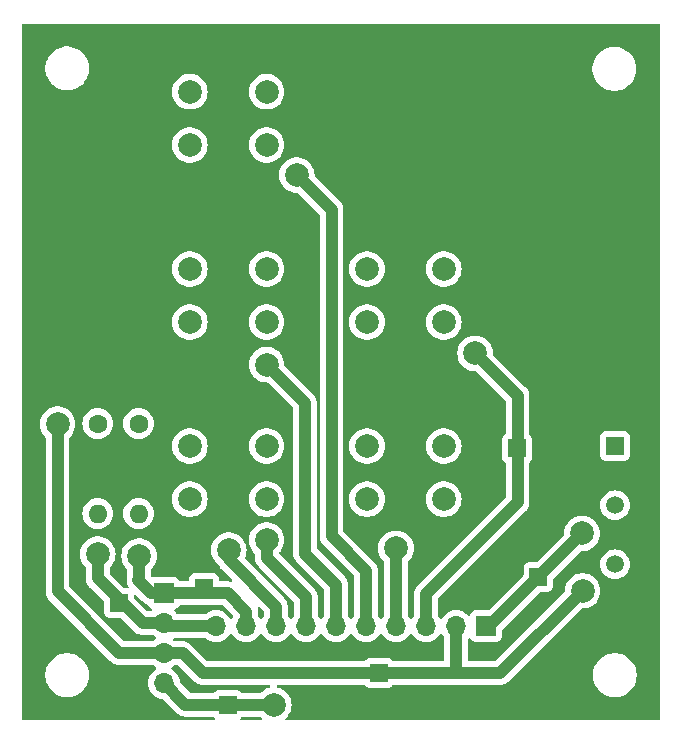
<source format=gbr>
%TF.GenerationSoftware,KiCad,Pcbnew,8.0.7*%
%TF.CreationDate,2025-01-10T14:29:54+01:00*%
%TF.ProjectId,LCD_PCB,4c43445f-5043-4422-9e6b-696361645f70,rev?*%
%TF.SameCoordinates,Original*%
%TF.FileFunction,Copper,L1,Top*%
%TF.FilePolarity,Positive*%
%FSLAX46Y46*%
G04 Gerber Fmt 4.6, Leading zero omitted, Abs format (unit mm)*
G04 Created by KiCad (PCBNEW 8.0.7) date 2025-01-10 14:29:54*
%MOMM*%
%LPD*%
G01*
G04 APERTURE LIST*
%TA.AperFunction,SMDPad,CuDef*%
%ADD10R,1.500000X1.500000*%
%TD*%
%TA.AperFunction,ComponentPad*%
%ADD11C,2.000000*%
%TD*%
%TA.AperFunction,ComponentPad*%
%ADD12C,1.600000*%
%TD*%
%TA.AperFunction,ComponentPad*%
%ADD13O,1.600000X1.600000*%
%TD*%
%TA.AperFunction,ComponentPad*%
%ADD14R,1.500000X1.500000*%
%TD*%
%TA.AperFunction,ComponentPad*%
%ADD15C,1.500000*%
%TD*%
%TA.AperFunction,ComponentPad*%
%ADD16R,1.700000X1.700000*%
%TD*%
%TA.AperFunction,ComponentPad*%
%ADD17O,1.700000X1.700000*%
%TD*%
%TA.AperFunction,ViaPad*%
%ADD18C,2.000000*%
%TD*%
%TA.AperFunction,Conductor*%
%ADD19C,1.000000*%
%TD*%
G04 APERTURE END LIST*
D10*
%TO.P,TP2,1,1*%
%TO.N,control panel pot*%
X158300000Y-86875000D03*
%TD*%
D11*
%TO.P,SW1,1,1*%
%TO.N,Button Down*%
X135300000Y-50275000D03*
X128800000Y-50275000D03*
%TO.P,SW1,2,2*%
%TO.N,GND*%
X135300000Y-45775000D03*
X128800000Y-45775000D03*
%TD*%
%TO.P,SW2,1,1*%
%TO.N,Button Up*%
X135300000Y-80275000D03*
X128800000Y-80275000D03*
%TO.P,SW2,2,2*%
%TO.N,GND*%
X135300000Y-75775000D03*
X128800000Y-75775000D03*
%TD*%
D12*
%TO.P,R1,1*%
%TO.N,5V*%
X124460000Y-73875000D03*
D13*
%TO.P,R1,2*%
%TO.N,lcd SCL*%
X124460000Y-81495000D03*
%TD*%
D12*
%TO.P,R2,1*%
%TO.N,5V*%
X121000000Y-73865000D03*
D13*
%TO.P,R2,2*%
%TO.N,lcd SDA*%
X121000000Y-81485000D03*
%TD*%
D14*
%TO.P,RV1,1,1*%
%TO.N,GND*%
X164800000Y-75775000D03*
D15*
%TO.P,RV1,2,2*%
%TO.N,control panel pot*%
X164800000Y-80775000D03*
%TO.P,RV1,3,3*%
%TO.N,5V*%
X164800000Y-85775000D03*
%TD*%
D11*
%TO.P,SW3,1,1*%
%TO.N,Button OK*%
X135300000Y-65275000D03*
X128800000Y-65275000D03*
%TO.P,SW3,2,2*%
%TO.N,GND*%
X135300000Y-60775000D03*
X128800000Y-60775000D03*
%TD*%
%TO.P,SW5,1,1*%
%TO.N,Button Sleep*%
X150300000Y-65275000D03*
X143800000Y-65275000D03*
%TO.P,SW5,2,2*%
%TO.N,GND*%
X150300000Y-60775000D03*
X143800000Y-60775000D03*
%TD*%
D10*
%TO.P,TP6,1,1*%
%TO.N,5V*%
X144800000Y-94975000D03*
%TD*%
%TO.P,TP4,1,1*%
%TO.N,lcd SDA*%
X122800000Y-89075000D03*
%TD*%
D11*
%TO.P,SW4,1,1*%
%TO.N,Button Back*%
X150300000Y-80275000D03*
X143800000Y-80275000D03*
%TO.P,SW4,2,2*%
%TO.N,GND*%
X150300000Y-75775000D03*
X143800000Y-75775000D03*
%TD*%
D10*
%TO.P,TP3,1,1*%
%TO.N,lcd SCL*%
X130000000Y-87775000D03*
%TD*%
%TO.P,TP5,1,1*%
%TO.N,GND*%
X132000000Y-97675000D03*
%TD*%
%TO.P,TP1,1,1*%
%TO.N,Button Sleep*%
X156500000Y-75975000D03*
%TD*%
D16*
%TO.P,J1,1,Pin_1*%
%TO.N,lcd SCL*%
X126600000Y-88225000D03*
D17*
%TO.P,J1,2,Pin_2*%
%TO.N,lcd SDA*%
X126600000Y-90765000D03*
%TO.P,J1,3,Pin_3*%
%TO.N,5V*%
X126600000Y-93305000D03*
%TO.P,J1,4,Pin_4*%
%TO.N,GND*%
X126600000Y-95845000D03*
%TD*%
D16*
%TO.P,J2,1,Pin_1*%
%TO.N,control panel pot*%
X153880000Y-91025000D03*
D17*
%TO.P,J2,2,Pin_2*%
%TO.N,5V*%
X151340000Y-91025000D03*
%TO.P,J2,3,Pin_3*%
%TO.N,Button Back*%
X148800000Y-91025000D03*
%TO.P,J2,4,Pin_4*%
%TO.N,Button Sleep*%
X146260000Y-91025000D03*
%TO.P,J2,5,Pin_5*%
%TO.N,Button Up*%
X143720000Y-91025000D03*
%TO.P,J2,6,Pin_6*%
%TO.N,Button OK*%
X141180000Y-91025000D03*
%TO.P,J2,7,Pin_7*%
%TO.N,Button Down*%
X138640000Y-91025000D03*
%TO.P,J2,8,Pin_8*%
%TO.N,GND*%
X136100000Y-91025000D03*
%TO.P,J2,9,Pin_9*%
%TO.N,lcd SCL*%
X133560000Y-91025000D03*
%TO.P,J2,10,Pin_10*%
%TO.N,lcd SDA*%
X131020000Y-91025000D03*
%TD*%
D18*
%TO.N,GND*%
X135900000Y-97675000D03*
X132100000Y-84575000D03*
%TO.N,lcd SDA*%
X121000000Y-84925000D03*
%TO.N,lcd SCL*%
X124500000Y-85075000D03*
%TO.N,5V*%
X117600000Y-73925000D03*
X162050000Y-88025000D03*
%TO.N,control panel pot*%
X162000000Y-83175000D03*
%TO.N,Button Down*%
X137850000Y-52825000D03*
%TO.N,Button Back*%
X146250000Y-84425000D03*
%TO.N,Button OK*%
X135300000Y-68875000D03*
%TO.N,Button Up*%
X135300000Y-83725000D03*
%TO.N,Button Sleep*%
X152950000Y-67925000D03*
%TD*%
D19*
%TO.N,GND*%
X128430000Y-97675000D02*
X135900000Y-97675000D01*
X136100000Y-89375000D02*
X132100000Y-85375000D01*
X128430000Y-97675000D02*
X126600000Y-95845000D01*
X136100000Y-91025000D02*
X136100000Y-89375000D01*
X132100000Y-85375000D02*
X132100000Y-84575000D01*
%TO.N,lcd SDA*%
X126600000Y-90765000D02*
X124790000Y-90765000D01*
X121000000Y-86975000D02*
X121000000Y-84925000D01*
X131020000Y-91025000D02*
X126860000Y-91025000D01*
X124790000Y-90765000D02*
X121000000Y-86975000D01*
X126860000Y-91025000D02*
X126600000Y-90765000D01*
%TO.N,lcd SCL*%
X132000000Y-88225000D02*
X126600000Y-88225000D01*
X133560000Y-89785000D02*
X132000000Y-88225000D01*
X124450000Y-87125000D02*
X124500000Y-87075000D01*
X124500000Y-87075000D02*
X124500000Y-85075000D01*
X126600000Y-88225000D02*
X125550000Y-88225000D01*
X133560000Y-91025000D02*
X133560000Y-89785000D01*
X125550000Y-88225000D02*
X124450000Y-87125000D01*
%TO.N,5V*%
X151340000Y-91025000D02*
X151340000Y-92227081D01*
X151350000Y-92237081D02*
X151350000Y-94975000D01*
X122830000Y-93305000D02*
X117600000Y-88075000D01*
X128210000Y-93305000D02*
X126600000Y-93305000D01*
X155100000Y-94975000D02*
X151350000Y-94975000D01*
X129880000Y-94975000D02*
X128210000Y-93305000D01*
X117600000Y-88075000D02*
X117600000Y-73925000D01*
X155100000Y-94975000D02*
X162050000Y-88025000D01*
X151350000Y-94975000D02*
X129880000Y-94975000D01*
X126600000Y-93305000D02*
X122830000Y-93305000D01*
X151340000Y-92227081D02*
X151350000Y-92237081D01*
%TO.N,control panel pot*%
X154150000Y-91025000D02*
X162000000Y-83175000D01*
X153880000Y-91025000D02*
X153880000Y-90895000D01*
X153880000Y-91025000D02*
X154150000Y-91025000D01*
%TO.N,Button Down*%
X140800000Y-83425000D02*
X140800000Y-55775000D01*
X143720000Y-91025000D02*
X143720000Y-86345000D01*
X143720000Y-86345000D02*
X140800000Y-83425000D01*
X140800000Y-55775000D02*
X137850000Y-52825000D01*
%TO.N,Button Back*%
X146260000Y-84435000D02*
X146250000Y-84425000D01*
X146260000Y-91025000D02*
X146260000Y-84435000D01*
%TO.N,Button OK*%
X138550000Y-84875000D02*
X138550000Y-72125000D01*
X141180000Y-91025000D02*
X141180000Y-87505000D01*
X141180000Y-87505000D02*
X138550000Y-84875000D01*
X138550000Y-72125000D02*
X135300000Y-68875000D01*
%TO.N,Button Up*%
X138640000Y-88565000D02*
X135300000Y-85225000D01*
X138640000Y-91025000D02*
X138640000Y-88565000D01*
X135300000Y-85225000D02*
X135300000Y-83725000D01*
%TO.N,Button Sleep*%
X156550000Y-71525000D02*
X152950000Y-67925000D01*
X148800000Y-88275000D02*
X156550000Y-80525000D01*
X156550000Y-80525000D02*
X156550000Y-71525000D01*
X148800000Y-91025000D02*
X148800000Y-88275000D01*
%TD*%
%TA.AperFunction,NonConductor*%
G36*
X133122915Y-98979815D02*
G01*
X133077160Y-98927011D01*
X133067216Y-98857853D01*
X133096241Y-98794297D01*
X133102277Y-98787815D01*
X133107547Y-98782547D01*
X133150485Y-98725188D01*
X133206419Y-98683318D01*
X133249751Y-98675500D01*
X134727145Y-98675500D01*
X134794184Y-98695185D01*
X134818374Y-98715517D01*
X134880250Y-98782732D01*
X134880254Y-98782735D01*
X134880256Y-98782738D01*
X134880260Y-98782741D01*
X134881921Y-98784270D01*
X134882401Y-98785068D01*
X134883729Y-98786511D01*
X134883433Y-98786785D01*
X134917911Y-98844157D01*
X134915811Y-98913995D01*
X134876287Y-98971611D01*
X134811888Y-98998713D01*
X134797938Y-98999500D01*
X133189954Y-98999500D01*
X133122915Y-98979815D01*
G37*
%TD.AperFunction*%
%TA.AperFunction,NonConductor*%
G36*
X133182712Y-96654815D02*
G01*
X133150485Y-96624812D01*
X133107549Y-96567458D01*
X133107546Y-96567454D01*
X133092125Y-96555910D01*
X132992336Y-96481207D01*
X132992329Y-96481203D01*
X132857483Y-96430909D01*
X132857484Y-96430909D01*
X132850556Y-96430165D01*
X132797873Y-96424500D01*
X131202128Y-96424501D01*
X131142517Y-96430909D01*
X131007669Y-96481204D01*
X130892454Y-96567454D01*
X130865773Y-96603097D01*
X130849515Y-96624812D01*
X130793581Y-96666682D01*
X130750249Y-96674500D01*
X128895782Y-96674500D01*
X128828743Y-96654815D01*
X128808101Y-96638181D01*
X127981892Y-95811972D01*
X127948407Y-95750649D01*
X127946045Y-95735100D01*
X127935064Y-95609597D01*
X127935062Y-95609587D01*
X127873906Y-95381345D01*
X127873904Y-95381341D01*
X127873903Y-95381337D01*
X127828018Y-95282937D01*
X127774035Y-95167170D01*
X127774033Y-95167166D01*
X127638499Y-94973605D01*
X127638494Y-94973598D01*
X127471403Y-94806507D01*
X127471397Y-94806502D01*
X127285842Y-94676575D01*
X127242217Y-94621998D01*
X127235023Y-94552500D01*
X127266546Y-94490145D01*
X127285842Y-94473425D01*
X127471403Y-94343495D01*
X127473078Y-94341819D01*
X127474000Y-94341316D01*
X127475551Y-94340014D01*
X127475813Y-94340326D01*
X127534401Y-94308334D01*
X127560759Y-94305500D01*
X127744217Y-94305500D01*
X127811256Y-94325185D01*
X127831898Y-94341819D01*
X129095791Y-95605711D01*
X129095794Y-95605715D01*
X129095794Y-95605714D01*
X129102861Y-95612781D01*
X129102861Y-95612782D01*
X129242218Y-95752139D01*
X129242219Y-95752140D01*
X129242220Y-95752141D01*
X129406080Y-95861629D01*
X129406089Y-95861634D01*
X129478685Y-95891704D01*
X129534835Y-95914962D01*
X129588164Y-95937051D01*
X129588168Y-95937052D01*
X129588172Y-95937054D01*
X129684812Y-95956276D01*
X129781456Y-95975500D01*
X129781459Y-95975500D01*
X135486183Y-95975500D01*
X135553222Y-95995185D01*
X135598977Y-96047989D01*
X135608921Y-96117147D01*
X135579896Y-96180703D01*
X135526446Y-96216781D01*
X135422867Y-96252341D01*
X135295190Y-96296172D01*
X135076491Y-96414526D01*
X134880256Y-96567262D01*
X134855806Y-96593823D01*
X134818374Y-96634483D01*
X134758487Y-96670474D01*
X134727145Y-96674500D01*
X133249751Y-96674500D01*
X133182712Y-96654815D01*
G37*
%TD.AperFunction*%
%TA.AperFunction,NonConductor*%
G36*
X145982712Y-93954815D02*
G01*
X145950485Y-93924812D01*
X145907549Y-93867458D01*
X145907546Y-93867454D01*
X145907543Y-93867452D01*
X145792336Y-93781207D01*
X145792329Y-93781203D01*
X145657483Y-93730909D01*
X145657484Y-93730909D01*
X145650556Y-93730165D01*
X145597873Y-93724500D01*
X144002128Y-93724501D01*
X143942517Y-93730909D01*
X143807669Y-93781204D01*
X143692454Y-93867454D01*
X143654960Y-93917539D01*
X143649515Y-93924812D01*
X143593581Y-93966682D01*
X143550249Y-93974500D01*
X130345782Y-93974500D01*
X130278743Y-93954815D01*
X130258101Y-93938181D01*
X128847785Y-92527863D01*
X128847781Y-92527860D01*
X128683921Y-92418372D01*
X128683915Y-92418369D01*
X128683914Y-92418368D01*
X128501835Y-92342948D01*
X128340611Y-92310879D01*
X128308543Y-92304501D01*
X128308542Y-92304500D01*
X128308541Y-92304500D01*
X128308540Y-92304500D01*
X128111459Y-92304500D01*
X127560758Y-92304500D01*
X127493719Y-92284815D01*
X127473077Y-92268181D01*
X127471403Y-92266507D01*
X127471397Y-92266502D01*
X127449365Y-92251075D01*
X127405740Y-92196499D01*
X127398546Y-92127000D01*
X127430069Y-92064645D01*
X127490298Y-92029231D01*
X127520488Y-92025500D01*
X130059242Y-92025500D01*
X130126281Y-92045185D01*
X130146923Y-92061819D01*
X130148598Y-92063494D01*
X130148605Y-92063499D01*
X130150242Y-92064645D01*
X130225482Y-92117329D01*
X130342166Y-92199033D01*
X130342170Y-92199035D01*
X130342172Y-92199036D01*
X130556337Y-92298903D01*
X130556341Y-92298904D01*
X130556345Y-92298906D01*
X130784587Y-92360062D01*
X130784597Y-92360064D01*
X131019999Y-92380659D01*
X131020001Y-92380659D01*
X131255404Y-92360064D01*
X131255414Y-92360062D01*
X131483656Y-92298906D01*
X131483665Y-92298902D01*
X131697829Y-92199036D01*
X131697831Y-92199035D01*
X131891403Y-92063495D01*
X132058495Y-91896403D01*
X132188425Y-91710842D01*
X132243002Y-91667217D01*
X132312500Y-91660023D01*
X132374855Y-91691546D01*
X132391575Y-91710842D01*
X132521506Y-91896403D01*
X132688598Y-92063494D01*
X132688605Y-92063499D01*
X132690242Y-92064645D01*
X132765482Y-92117329D01*
X132882166Y-92199033D01*
X132882170Y-92199035D01*
X132882172Y-92199036D01*
X133096337Y-92298903D01*
X133096341Y-92298904D01*
X133096345Y-92298906D01*
X133324587Y-92360062D01*
X133324597Y-92360064D01*
X133559999Y-92380659D01*
X133560001Y-92380659D01*
X133795404Y-92360064D01*
X133795414Y-92360062D01*
X134023656Y-92298906D01*
X134023665Y-92298902D01*
X134237829Y-92199036D01*
X134237831Y-92199035D01*
X134431403Y-92063495D01*
X134598495Y-91896403D01*
X134728425Y-91710842D01*
X134783002Y-91667217D01*
X134852500Y-91660023D01*
X134914855Y-91691546D01*
X134931575Y-91710842D01*
X135061506Y-91896403D01*
X135228598Y-92063494D01*
X135228605Y-92063499D01*
X135230242Y-92064645D01*
X135305482Y-92117329D01*
X135422166Y-92199033D01*
X135422170Y-92199035D01*
X135422172Y-92199036D01*
X135636337Y-92298903D01*
X135636341Y-92298904D01*
X135636345Y-92298906D01*
X135864587Y-92360062D01*
X135864597Y-92360064D01*
X136099999Y-92380659D01*
X136100001Y-92380659D01*
X136335404Y-92360064D01*
X136335414Y-92360062D01*
X136563656Y-92298906D01*
X136563665Y-92298902D01*
X136777829Y-92199036D01*
X136777831Y-92199035D01*
X136971403Y-92063495D01*
X137138495Y-91896403D01*
X137268425Y-91710842D01*
X137323002Y-91667217D01*
X137392500Y-91660023D01*
X137454855Y-91691546D01*
X137471575Y-91710842D01*
X137601506Y-91896403D01*
X137768598Y-92063494D01*
X137768605Y-92063499D01*
X137770242Y-92064645D01*
X137845482Y-92117329D01*
X137962166Y-92199033D01*
X137962170Y-92199035D01*
X137962172Y-92199036D01*
X138176337Y-92298903D01*
X138176341Y-92298904D01*
X138176345Y-92298906D01*
X138404587Y-92360062D01*
X138404597Y-92360064D01*
X138639999Y-92380659D01*
X138640001Y-92380659D01*
X138875404Y-92360064D01*
X138875414Y-92360062D01*
X139103656Y-92298906D01*
X139103665Y-92298902D01*
X139317829Y-92199036D01*
X139317831Y-92199035D01*
X139511403Y-92063495D01*
X139678495Y-91896403D01*
X139808425Y-91710842D01*
X139863002Y-91667217D01*
X139932500Y-91660023D01*
X139994855Y-91691546D01*
X140011575Y-91710842D01*
X140141506Y-91896403D01*
X140308598Y-92063494D01*
X140308605Y-92063499D01*
X140310242Y-92064645D01*
X140385482Y-92117329D01*
X140502166Y-92199033D01*
X140502170Y-92199035D01*
X140502172Y-92199036D01*
X140716337Y-92298903D01*
X140716341Y-92298904D01*
X140716345Y-92298906D01*
X140944587Y-92360062D01*
X140944597Y-92360064D01*
X141179999Y-92380659D01*
X141180001Y-92380659D01*
X141415404Y-92360064D01*
X141415414Y-92360062D01*
X141643656Y-92298906D01*
X141643665Y-92298902D01*
X141857829Y-92199036D01*
X141857831Y-92199035D01*
X142051403Y-92063495D01*
X142218495Y-91896403D01*
X142348425Y-91710842D01*
X142403002Y-91667217D01*
X142472500Y-91660023D01*
X142534855Y-91691546D01*
X142551575Y-91710842D01*
X142681506Y-91896403D01*
X142848598Y-92063494D01*
X142848605Y-92063499D01*
X142850242Y-92064645D01*
X142925482Y-92117329D01*
X143042166Y-92199033D01*
X143042170Y-92199035D01*
X143042172Y-92199036D01*
X143256337Y-92298903D01*
X143256341Y-92298904D01*
X143256345Y-92298906D01*
X143484587Y-92360062D01*
X143484597Y-92360064D01*
X143719999Y-92380659D01*
X143720001Y-92380659D01*
X143955404Y-92360064D01*
X143955414Y-92360062D01*
X144183656Y-92298906D01*
X144183665Y-92298902D01*
X144397829Y-92199036D01*
X144397831Y-92199035D01*
X144591403Y-92063495D01*
X144758495Y-91896403D01*
X144888425Y-91710842D01*
X144943002Y-91667217D01*
X145012500Y-91660023D01*
X145074855Y-91691546D01*
X145091575Y-91710842D01*
X145221506Y-91896403D01*
X145388598Y-92063494D01*
X145388605Y-92063499D01*
X145390242Y-92064645D01*
X145465482Y-92117329D01*
X145582166Y-92199033D01*
X145582170Y-92199035D01*
X145582172Y-92199036D01*
X145796337Y-92298903D01*
X145796341Y-92298904D01*
X145796345Y-92298906D01*
X146024587Y-92360062D01*
X146024597Y-92360064D01*
X146259999Y-92380659D01*
X146260001Y-92380659D01*
X146495404Y-92360064D01*
X146495414Y-92360062D01*
X146723656Y-92298906D01*
X146723665Y-92298902D01*
X146937829Y-92199036D01*
X146937831Y-92199035D01*
X147131403Y-92063495D01*
X147298495Y-91896403D01*
X147428425Y-91710842D01*
X147483002Y-91667217D01*
X147552500Y-91660023D01*
X147614855Y-91691546D01*
X147631575Y-91710842D01*
X147761506Y-91896403D01*
X147928598Y-92063494D01*
X147928605Y-92063499D01*
X147930242Y-92064645D01*
X148005482Y-92117329D01*
X148122166Y-92199033D01*
X148122170Y-92199035D01*
X148122172Y-92199036D01*
X148336337Y-92298903D01*
X148336341Y-92298904D01*
X148336345Y-92298906D01*
X148564587Y-92360062D01*
X148564597Y-92360064D01*
X148799999Y-92380659D01*
X148800001Y-92380659D01*
X149035404Y-92360064D01*
X149035414Y-92360062D01*
X149263656Y-92298906D01*
X149263665Y-92298902D01*
X149477829Y-92199036D01*
X149477831Y-92199035D01*
X149671403Y-92063495D01*
X149838495Y-91896403D01*
X149968425Y-91710842D01*
X150023002Y-91667217D01*
X150092500Y-91660023D01*
X150154855Y-91691546D01*
X150171575Y-91710842D01*
X150301506Y-91896403D01*
X150303181Y-91898078D01*
X150303685Y-91899000D01*
X150304986Y-91900551D01*
X150304675Y-91900813D01*
X150336666Y-91959401D01*
X150339500Y-91985759D01*
X150339500Y-92325624D01*
X150347117Y-92363914D01*
X150349500Y-92388107D01*
X150349500Y-93850500D01*
X150329815Y-93917539D01*
X150277011Y-93963294D01*
X150225500Y-93974500D01*
X146049751Y-93974500D01*
X145982712Y-93954815D01*
G37*
%TD.AperFunction*%
%TA.AperFunction,NonConductor*%
G36*
X134745145Y-90358454D02*
G01*
X134728425Y-90339158D01*
X134598499Y-90153604D01*
X134598494Y-90153598D01*
X134596819Y-90151923D01*
X134596318Y-90151005D01*
X134595018Y-90149456D01*
X134595330Y-90149195D01*
X134563334Y-90090600D01*
X134560500Y-90064242D01*
X134560500Y-89686456D01*
X134531979Y-89543070D01*
X134538206Y-89473478D01*
X134581069Y-89418301D01*
X134646959Y-89395057D01*
X134714956Y-89411125D01*
X134741277Y-89431198D01*
X135063181Y-89753102D01*
X135096666Y-89814425D01*
X135099500Y-89840783D01*
X135099500Y-90064242D01*
X135079815Y-90131281D01*
X135063181Y-90151923D01*
X135061505Y-90153599D01*
X134941139Y-90325499D01*
X134931575Y-90339158D01*
X134876998Y-90382783D01*
X134807500Y-90389977D01*
X134745145Y-90358454D01*
G37*
%TD.AperFunction*%
%TA.AperFunction,NonConductor*%
G36*
X132205144Y-90358454D02*
G01*
X132188425Y-90339158D01*
X132061719Y-90158202D01*
X132058495Y-90153599D01*
X131891401Y-89986505D01*
X131814251Y-89932484D01*
X131697835Y-89850968D01*
X131697833Y-89850967D01*
X131697830Y-89850965D01*
X131483663Y-89751097D01*
X131255408Y-89689937D01*
X131067082Y-89673461D01*
X131020001Y-89669341D01*
X131020000Y-89669341D01*
X131019999Y-89669341D01*
X130980766Y-89672774D01*
X130784592Y-89689937D01*
X130556337Y-89751097D01*
X130342170Y-89850965D01*
X130148599Y-89986505D01*
X130146923Y-89988181D01*
X130146005Y-89988683D01*
X130144456Y-89989982D01*
X130144195Y-89989671D01*
X130085600Y-90021666D01*
X130059242Y-90024500D01*
X127794703Y-90024500D01*
X127727664Y-90004815D01*
X127693131Y-89971627D01*
X127638495Y-89893599D01*
X127638491Y-89893595D01*
X127516570Y-89771674D01*
X127483085Y-89710351D01*
X127488069Y-89640659D01*
X127529941Y-89584726D01*
X127560917Y-89567811D01*
X127692331Y-89518797D01*
X127692336Y-89518794D01*
X127807545Y-89432548D01*
X127807548Y-89432545D01*
X127893794Y-89317336D01*
X127893796Y-89317332D01*
X127893796Y-89317331D01*
X127897961Y-89306166D01*
X127939829Y-89250234D01*
X128005293Y-89225816D01*
X128014141Y-89225500D01*
X131534218Y-89225500D01*
X131601257Y-89245185D01*
X131621899Y-89261819D01*
X132444709Y-90084629D01*
X132478194Y-90145952D01*
X132473210Y-90215644D01*
X132458607Y-90243428D01*
X132391574Y-90339161D01*
X132336997Y-90382784D01*
X132267499Y-90389976D01*
X132205144Y-90358454D01*
G37*
%TD.AperFunction*%
%TA.AperFunction,NonConductor*%
G36*
X125188743Y-89744815D02*
G01*
X125168101Y-89728181D01*
X124086819Y-88646898D01*
X124053334Y-88585575D01*
X124050500Y-88559217D01*
X124050500Y-88439782D01*
X124070185Y-88372743D01*
X124122989Y-88326988D01*
X124192147Y-88317044D01*
X124255703Y-88346069D01*
X124262181Y-88352101D01*
X124768521Y-88858441D01*
X124768541Y-88858463D01*
X124912215Y-89002137D01*
X124912219Y-89002140D01*
X125076080Y-89111629D01*
X125076089Y-89111634D01*
X125161998Y-89147218D01*
X125204835Y-89164962D01*
X125207669Y-89166136D01*
X125262064Y-89209988D01*
X125276376Y-89237356D01*
X125306204Y-89317332D01*
X125306206Y-89317334D01*
X125392453Y-89432545D01*
X125392456Y-89432548D01*
X125507665Y-89518794D01*
X125507672Y-89518798D01*
X125522473Y-89524318D01*
X125578407Y-89566189D01*
X125602824Y-89631654D01*
X125587972Y-89699927D01*
X125538567Y-89749332D01*
X125479140Y-89764500D01*
X125255782Y-89764500D01*
X125188743Y-89744815D01*
G37*
%TD.AperFunction*%
%TA.AperFunction,NonConductor*%
G36*
X136935023Y-98979815D02*
G01*
X136889268Y-98927011D01*
X136879324Y-98857853D01*
X136908349Y-98794297D01*
X136918079Y-98784270D01*
X136919744Y-98782738D01*
X137088167Y-98599783D01*
X137224174Y-98391607D01*
X137324064Y-98163882D01*
X137385108Y-97922825D01*
X137385110Y-97922813D01*
X137405643Y-97675006D01*
X137405643Y-97674995D01*
X137385110Y-97427188D01*
X137385108Y-97427176D01*
X137324064Y-97186119D01*
X137224174Y-96958394D01*
X137088167Y-96750218D01*
X137088164Y-96750215D01*
X136919744Y-96567262D01*
X136723509Y-96414526D01*
X136723507Y-96414525D01*
X136527879Y-96308656D01*
X136504810Y-96296172D01*
X136412388Y-96264444D01*
X136273554Y-96216781D01*
X136216539Y-96176396D01*
X136190408Y-96111596D01*
X136203459Y-96042956D01*
X136251548Y-95992268D01*
X136313817Y-95975500D01*
X143550249Y-95975500D01*
X143617288Y-95995185D01*
X143649515Y-96025188D01*
X143680061Y-96065991D01*
X143692454Y-96082546D01*
X143692458Y-96082549D01*
X143807665Y-96168794D01*
X143807672Y-96168798D01*
X143942518Y-96219092D01*
X143942517Y-96219092D01*
X144002117Y-96225499D01*
X144002119Y-96225500D01*
X144002127Y-96225500D01*
X144002136Y-96225500D01*
X145597871Y-96225500D01*
X145597877Y-96225499D01*
X145657484Y-96219092D01*
X145792329Y-96168798D01*
X145792336Y-96168794D01*
X145907543Y-96082549D01*
X145907549Y-96082543D01*
X145950485Y-96025188D01*
X146006419Y-95983318D01*
X146049751Y-95975500D01*
X155198545Y-95975500D01*
X155295188Y-95956276D01*
X155391833Y-95937053D01*
X155391839Y-95937051D01*
X155445166Y-95914963D01*
X155445166Y-95914962D01*
X155498495Y-95892873D01*
X155573913Y-95861633D01*
X155573917Y-95861631D01*
X155706750Y-95772875D01*
X155706751Y-95772873D01*
X155729378Y-95757754D01*
X155737788Y-95752135D01*
X161928101Y-89561819D01*
X161989424Y-89528334D01*
X162015782Y-89525500D01*
X162174335Y-89525500D01*
X162419617Y-89484571D01*
X162654803Y-89403831D01*
X162654812Y-89403828D01*
X162873507Y-89285476D01*
X163069743Y-89132739D01*
X163238167Y-88949783D01*
X163374174Y-88741607D01*
X163474064Y-88513882D01*
X163535108Y-88272825D01*
X163535110Y-88272813D01*
X163555643Y-88025006D01*
X163555643Y-88024995D01*
X163535110Y-87777188D01*
X163535108Y-87777176D01*
X163474064Y-87536119D01*
X163374174Y-87308394D01*
X163238167Y-87100218D01*
X163238164Y-87100215D01*
X163069744Y-86917262D01*
X162873509Y-86764526D01*
X162654810Y-86646172D01*
X162419614Y-86565429D01*
X162174335Y-86524500D01*
X161925665Y-86524500D01*
X161680386Y-86565429D01*
X161445190Y-86646172D01*
X161226491Y-86764526D01*
X161030256Y-86917262D01*
X160861836Y-87100215D01*
X160725827Y-87308393D01*
X160625937Y-87536119D01*
X160564892Y-87777179D01*
X160564891Y-87777188D01*
X160544357Y-88024996D01*
X160544357Y-88025005D01*
X160546553Y-88051502D01*
X160532473Y-88119938D01*
X160510661Y-88149421D01*
X154721898Y-93938181D01*
X154660575Y-93971666D01*
X154634217Y-93974500D01*
X152474500Y-93974500D01*
X152407461Y-93954815D01*
X152361706Y-93902011D01*
X152350500Y-93850500D01*
X152350500Y-92171500D01*
X152370185Y-92104461D01*
X152422989Y-92058706D01*
X152492147Y-92048762D01*
X152555703Y-92077787D01*
X152583330Y-92112070D01*
X152586203Y-92117331D01*
X152672453Y-92232545D01*
X152672456Y-92232548D01*
X152787665Y-92318794D01*
X152787672Y-92318798D01*
X152922518Y-92369092D01*
X152922517Y-92369092D01*
X152982117Y-92375499D01*
X152982119Y-92375500D01*
X152982127Y-92375500D01*
X152982136Y-92375500D01*
X154777871Y-92375500D01*
X154777877Y-92375499D01*
X154837484Y-92369092D01*
X154972329Y-92318798D01*
X154972336Y-92318794D01*
X155087545Y-92232548D01*
X155087548Y-92232545D01*
X155173794Y-92117336D01*
X155173798Y-92117329D01*
X155224092Y-91982483D01*
X155230499Y-91922884D01*
X155230500Y-91922865D01*
X155230500Y-91410784D01*
X155250185Y-91343745D01*
X155266819Y-91323103D01*
X158428104Y-88161819D01*
X158489427Y-88128334D01*
X158515785Y-88125500D01*
X159097871Y-88125500D01*
X159097877Y-88125499D01*
X159157484Y-88119092D01*
X159292329Y-88068798D01*
X159292336Y-88068794D01*
X159407545Y-87982548D01*
X159407548Y-87982545D01*
X159493794Y-87867336D01*
X159493798Y-87867329D01*
X159544092Y-87732483D01*
X159550499Y-87672884D01*
X159550500Y-87672865D01*
X159550500Y-87090783D01*
X159570185Y-87023744D01*
X159586819Y-87003102D01*
X161878101Y-84711819D01*
X161939424Y-84678334D01*
X161965782Y-84675500D01*
X162124335Y-84675500D01*
X162369617Y-84634571D01*
X162604803Y-84553831D01*
X162604812Y-84553828D01*
X162823507Y-84435476D01*
X163019743Y-84282739D01*
X163188167Y-84099783D01*
X163324174Y-83891607D01*
X163424064Y-83663882D01*
X163485108Y-83422825D01*
X163485110Y-83422813D01*
X163505643Y-83175006D01*
X163505643Y-83174995D01*
X163485110Y-82927188D01*
X163485108Y-82927176D01*
X163424064Y-82686119D01*
X163324174Y-82458394D01*
X163188167Y-82250218D01*
X163188164Y-82250215D01*
X163019744Y-82067262D01*
X162823509Y-81914526D01*
X162604810Y-81796172D01*
X162369614Y-81715429D01*
X162124335Y-81674500D01*
X161875665Y-81674500D01*
X161630386Y-81715429D01*
X161395190Y-81796172D01*
X161176491Y-81914526D01*
X160980256Y-82067262D01*
X160811836Y-82250215D01*
X160675827Y-82458393D01*
X160575937Y-82686119D01*
X160514892Y-82927179D01*
X160512237Y-82959218D01*
X160494357Y-83174996D01*
X160494357Y-83175005D01*
X160496553Y-83201502D01*
X160482473Y-83269938D01*
X160460661Y-83299421D01*
X158171898Y-85588182D01*
X158110575Y-85621667D01*
X158084217Y-85624501D01*
X157502129Y-85624501D01*
X157502128Y-85624501D01*
X157442517Y-85630909D01*
X157307669Y-85681204D01*
X157192454Y-85767454D01*
X157106204Y-85882669D01*
X157055909Y-86017517D01*
X157049500Y-86077127D01*
X157049501Y-86659220D01*
X157029817Y-86726258D01*
X157013187Y-86746895D01*
X154121898Y-89638182D01*
X154060575Y-89671667D01*
X154034217Y-89674501D01*
X152982129Y-89674501D01*
X152982128Y-89674501D01*
X152922517Y-89680909D01*
X152787669Y-89731204D01*
X152672454Y-89817454D01*
X152586204Y-89932669D01*
X152537190Y-90064084D01*
X152495319Y-90120016D01*
X152429855Y-90144434D01*
X152361582Y-90129583D01*
X152333327Y-90108431D01*
X152211401Y-89986505D01*
X152134251Y-89932484D01*
X152017835Y-89850968D01*
X152017833Y-89850967D01*
X152017830Y-89850965D01*
X151803663Y-89751097D01*
X151575408Y-89689937D01*
X151387082Y-89673461D01*
X151340001Y-89669341D01*
X151340000Y-89669341D01*
X151339999Y-89669341D01*
X151300766Y-89672774D01*
X151104592Y-89689937D01*
X150876337Y-89751097D01*
X150662170Y-89850965D01*
X150468599Y-89986505D01*
X150301505Y-90153599D01*
X150181139Y-90325499D01*
X150171575Y-90339158D01*
X150116998Y-90382783D01*
X150047500Y-90389977D01*
X149985145Y-90358454D01*
X149968425Y-90339158D01*
X149838499Y-90153604D01*
X149838494Y-90153598D01*
X149836819Y-90151923D01*
X149836318Y-90151005D01*
X149835018Y-90149456D01*
X149835330Y-90149195D01*
X149803334Y-90090600D01*
X149800500Y-90064242D01*
X149800500Y-88740783D01*
X149820185Y-88673744D01*
X149836819Y-88653102D01*
X153516378Y-84973543D01*
X157187779Y-81302142D01*
X157187782Y-81302139D01*
X157231607Y-81258314D01*
X157327141Y-81162781D01*
X157436629Y-80998920D01*
X157436636Y-80998907D01*
X157468919Y-80920965D01*
X157505659Y-80832266D01*
X157509039Y-80824107D01*
X157512052Y-80816834D01*
X157512053Y-80816829D01*
X157550500Y-80623546D01*
X157550500Y-77187321D01*
X157570185Y-77120282D01*
X157600187Y-77088056D01*
X157607541Y-77082551D01*
X157607549Y-77082543D01*
X157693794Y-76967336D01*
X157693798Y-76967329D01*
X157744092Y-76832483D01*
X157750499Y-76772884D01*
X157750499Y-76772877D01*
X157750500Y-76772865D01*
X157750500Y-75177130D01*
X157750499Y-75177124D01*
X157744092Y-75117517D01*
X157693798Y-74982672D01*
X157693797Y-74982671D01*
X157693796Y-74982669D01*
X157645024Y-74917518D01*
X157607546Y-74867454D01*
X157600192Y-74861949D01*
X157558319Y-74806017D01*
X157550500Y-74762680D01*
X157550500Y-71426459D01*
X157550500Y-71426457D01*
X157550501Y-71426457D01*
X157512053Y-71233171D01*
X157512050Y-71233161D01*
X157436636Y-71051093D01*
X157436629Y-71051080D01*
X157327140Y-70887219D01*
X157327137Y-70887215D01*
X157183463Y-70743541D01*
X157183441Y-70743521D01*
X154489343Y-68049423D01*
X154455858Y-67988100D01*
X154453447Y-67951505D01*
X154453554Y-67950215D01*
X154455642Y-67925006D01*
X154455643Y-67924998D01*
X154455643Y-67924995D01*
X154435110Y-67677188D01*
X154435108Y-67677176D01*
X154374064Y-67436119D01*
X154274174Y-67208394D01*
X154138167Y-67000218D01*
X154138164Y-67000215D01*
X153969744Y-66817262D01*
X153773509Y-66664526D01*
X153554810Y-66546172D01*
X153319614Y-66465429D01*
X153074335Y-66424500D01*
X152825665Y-66424500D01*
X152580386Y-66465429D01*
X152345190Y-66546172D01*
X152126491Y-66664526D01*
X151930256Y-66817262D01*
X151761836Y-67000215D01*
X151625827Y-67208393D01*
X151525937Y-67436119D01*
X151464892Y-67677179D01*
X151464891Y-67677188D01*
X151444357Y-67924995D01*
X151444357Y-67925006D01*
X151464891Y-68172813D01*
X151464893Y-68172825D01*
X151525937Y-68413882D01*
X151625827Y-68641607D01*
X151761834Y-68849783D01*
X151862174Y-68958781D01*
X151930256Y-69032738D01*
X152126491Y-69185474D01*
X152126493Y-69185475D01*
X152126494Y-69185476D01*
X152345189Y-69303828D01*
X152345198Y-69303831D01*
X152580384Y-69384571D01*
X152825665Y-69425500D01*
X152984218Y-69425500D01*
X153051257Y-69445185D01*
X153071899Y-69461819D01*
X155513181Y-71903101D01*
X155546666Y-71964424D01*
X155549500Y-71990782D01*
X155549500Y-74687820D01*
X155529815Y-74754859D01*
X155499813Y-74787086D01*
X155392454Y-74867454D01*
X155306204Y-74982669D01*
X155255909Y-75117517D01*
X155249500Y-75177127D01*
X155249500Y-75775006D01*
X151805643Y-75775006D01*
X151805643Y-75774995D01*
X151785110Y-75527188D01*
X151785108Y-75527176D01*
X151724064Y-75286119D01*
X151624174Y-75058394D01*
X151488167Y-74850218D01*
X151488164Y-74850215D01*
X151319744Y-74667262D01*
X151123509Y-74514526D01*
X150904810Y-74396172D01*
X150669614Y-74315429D01*
X150424335Y-74274500D01*
X150175665Y-74274500D01*
X149930386Y-74315429D01*
X149695190Y-74396172D01*
X149476491Y-74514526D01*
X149280256Y-74667262D01*
X149111836Y-74850215D01*
X148975827Y-75058393D01*
X148875937Y-75286119D01*
X148814892Y-75527179D01*
X148794357Y-75775000D01*
X148794357Y-75775006D01*
X145305643Y-75775006D01*
X145305643Y-75774995D01*
X145285110Y-75527188D01*
X145285108Y-75527176D01*
X145224064Y-75286119D01*
X145124174Y-75058394D01*
X144988167Y-74850218D01*
X144988164Y-74850215D01*
X144819744Y-74667262D01*
X144623509Y-74514526D01*
X144404810Y-74396172D01*
X144169614Y-74315429D01*
X143924335Y-74274500D01*
X143675665Y-74274500D01*
X143430386Y-74315429D01*
X143195190Y-74396172D01*
X142976491Y-74514526D01*
X142780256Y-74667262D01*
X142611836Y-74850215D01*
X142475827Y-75058393D01*
X142375937Y-75286119D01*
X142314892Y-75527179D01*
X142294357Y-75775000D01*
X142314892Y-76022821D01*
X142375937Y-76263881D01*
X142475827Y-76491607D01*
X142528920Y-76572872D01*
X142611834Y-76699783D01*
X142674015Y-76767329D01*
X142780256Y-76882738D01*
X142976491Y-77035474D01*
X142976493Y-77035475D01*
X142976494Y-77035476D01*
X143195189Y-77153828D01*
X143195198Y-77153831D01*
X143430384Y-77234571D01*
X143675665Y-77275500D01*
X143924335Y-77275500D01*
X144169617Y-77234571D01*
X144404803Y-77153831D01*
X144404812Y-77153828D01*
X144623507Y-77035476D01*
X144819743Y-76882739D01*
X144988167Y-76699783D01*
X145124174Y-76491607D01*
X145224064Y-76263882D01*
X145285108Y-76022825D01*
X145285110Y-76022813D01*
X145305643Y-75775006D01*
X148794357Y-75775006D01*
X148814892Y-76022821D01*
X148875937Y-76263881D01*
X148975827Y-76491607D01*
X149028920Y-76572872D01*
X149111834Y-76699783D01*
X149174015Y-76767329D01*
X149280256Y-76882738D01*
X149476491Y-77035474D01*
X149476493Y-77035475D01*
X149476494Y-77035476D01*
X149695189Y-77153828D01*
X149695198Y-77153831D01*
X149930384Y-77234571D01*
X150175665Y-77275500D01*
X150424335Y-77275500D01*
X150669617Y-77234571D01*
X150904803Y-77153831D01*
X150904812Y-77153828D01*
X151123507Y-77035476D01*
X151319743Y-76882739D01*
X151488167Y-76699783D01*
X151624174Y-76491607D01*
X151724064Y-76263882D01*
X151785108Y-76022825D01*
X151785110Y-76022813D01*
X151805643Y-75775006D01*
X155249500Y-75775006D01*
X155249501Y-76772872D01*
X155255909Y-76832483D01*
X155306204Y-76967331D01*
X155306205Y-76967332D01*
X155306207Y-76967336D01*
X155392453Y-77082545D01*
X155399815Y-77088056D01*
X155419307Y-77102648D01*
X155499812Y-77162915D01*
X155541682Y-77218849D01*
X155549500Y-77262181D01*
X155549500Y-80059219D01*
X155529815Y-80126258D01*
X155513186Y-80146895D01*
X155385075Y-80275006D01*
X151805643Y-80275006D01*
X151805643Y-80274995D01*
X151785110Y-80027188D01*
X151785108Y-80027176D01*
X151724064Y-79786119D01*
X151624174Y-79558394D01*
X151488167Y-79350218D01*
X151488164Y-79350215D01*
X151319744Y-79167262D01*
X151123509Y-79014526D01*
X150904810Y-78896172D01*
X150669614Y-78815429D01*
X150424335Y-78774500D01*
X150175665Y-78774500D01*
X149930386Y-78815429D01*
X149695190Y-78896172D01*
X149476491Y-79014526D01*
X149280256Y-79167262D01*
X149111836Y-79350215D01*
X148975827Y-79558393D01*
X148875937Y-79786119D01*
X148814892Y-80027179D01*
X148806682Y-80126258D01*
X148794357Y-80274995D01*
X148794357Y-80275006D01*
X145305643Y-80275006D01*
X145305643Y-80274995D01*
X145285110Y-80027188D01*
X145285108Y-80027176D01*
X145224064Y-79786119D01*
X145124174Y-79558394D01*
X144988167Y-79350218D01*
X144988164Y-79350215D01*
X144819744Y-79167262D01*
X144623509Y-79014526D01*
X144404810Y-78896172D01*
X144169614Y-78815429D01*
X143924335Y-78774500D01*
X143675665Y-78774500D01*
X143430386Y-78815429D01*
X143195190Y-78896172D01*
X142976491Y-79014526D01*
X142780256Y-79167262D01*
X142611836Y-79350215D01*
X142475827Y-79558393D01*
X142375937Y-79786119D01*
X142314892Y-80027179D01*
X142306682Y-80126258D01*
X142294357Y-80274995D01*
X142294357Y-80275006D01*
X142314891Y-80522813D01*
X142314893Y-80522825D01*
X142375937Y-80763882D01*
X142475827Y-80991607D01*
X142611834Y-81199783D01*
X142665716Y-81258314D01*
X142780256Y-81382738D01*
X142976491Y-81535474D01*
X142976493Y-81535475D01*
X142976494Y-81535476D01*
X143195189Y-81653828D01*
X143195198Y-81653831D01*
X143430384Y-81734571D01*
X143675665Y-81775500D01*
X143924335Y-81775500D01*
X144169617Y-81734571D01*
X144404803Y-81653831D01*
X144404812Y-81653828D01*
X144623507Y-81535476D01*
X144819743Y-81382739D01*
X144988167Y-81199783D01*
X145124174Y-80991607D01*
X145224064Y-80763882D01*
X145285108Y-80522825D01*
X145285110Y-80522813D01*
X145305643Y-80275006D01*
X148794357Y-80275006D01*
X148814891Y-80522813D01*
X148814893Y-80522825D01*
X148875937Y-80763882D01*
X148975827Y-80991607D01*
X149111834Y-81199783D01*
X149165716Y-81258314D01*
X149280256Y-81382738D01*
X149476491Y-81535474D01*
X149476493Y-81535475D01*
X149476494Y-81535476D01*
X149695189Y-81653828D01*
X149695198Y-81653831D01*
X149930384Y-81734571D01*
X150175665Y-81775500D01*
X150424335Y-81775500D01*
X150669617Y-81734571D01*
X150904803Y-81653831D01*
X150904812Y-81653828D01*
X151123507Y-81535476D01*
X151319743Y-81382739D01*
X151488167Y-81199783D01*
X151624174Y-80991607D01*
X151724064Y-80763882D01*
X151785108Y-80522825D01*
X151785110Y-80522813D01*
X151805643Y-80275006D01*
X155385075Y-80275006D01*
X148162222Y-87497859D01*
X148162218Y-87497861D01*
X148022861Y-87637218D01*
X147913368Y-87801086D01*
X147858660Y-87933164D01*
X147837949Y-87983164D01*
X147812962Y-88108781D01*
X147809637Y-88125498D01*
X147809637Y-88125500D01*
X147799500Y-88176458D01*
X147799500Y-90064242D01*
X147779815Y-90131281D01*
X147763181Y-90151923D01*
X147761505Y-90153599D01*
X147641139Y-90325499D01*
X147631575Y-90339158D01*
X147576998Y-90382783D01*
X147507500Y-90389977D01*
X147445145Y-90358454D01*
X147428425Y-90339158D01*
X147298499Y-90153604D01*
X147298494Y-90153598D01*
X147296819Y-90151923D01*
X147296318Y-90151005D01*
X147295018Y-90149456D01*
X147295330Y-90149195D01*
X147263334Y-90090600D01*
X147260500Y-90064242D01*
X147260500Y-85591165D01*
X147280185Y-85524126D01*
X147293270Y-85507182D01*
X147438167Y-85349783D01*
X147574174Y-85141607D01*
X147674064Y-84913882D01*
X147735108Y-84672825D01*
X147735110Y-84672813D01*
X147755643Y-84425006D01*
X147755643Y-84424995D01*
X147735110Y-84177188D01*
X147735108Y-84177176D01*
X147674064Y-83936119D01*
X147574174Y-83708394D01*
X147438167Y-83500218D01*
X147438164Y-83500215D01*
X147269744Y-83317262D01*
X147073509Y-83164526D01*
X147073507Y-83164525D01*
X146856154Y-83046899D01*
X146854810Y-83046172D01*
X146619614Y-82965429D01*
X146374335Y-82924500D01*
X146125665Y-82924500D01*
X145880386Y-82965429D01*
X145645190Y-83046172D01*
X145426491Y-83164526D01*
X145230256Y-83317262D01*
X145061836Y-83500215D01*
X144925827Y-83708393D01*
X144825937Y-83936119D01*
X144764892Y-84177179D01*
X144764891Y-84177188D01*
X144744357Y-84424995D01*
X144744357Y-84425006D01*
X144764891Y-84672813D01*
X144764893Y-84672825D01*
X144825937Y-84913882D01*
X144925827Y-85141607D01*
X145061834Y-85349783D01*
X145092996Y-85383634D01*
X145226731Y-85528909D01*
X145257652Y-85591562D01*
X145259500Y-85612890D01*
X145259500Y-90064242D01*
X145239815Y-90131281D01*
X145223181Y-90151923D01*
X145221505Y-90153599D01*
X145101139Y-90325499D01*
X145091575Y-90339158D01*
X145036998Y-90382783D01*
X144967500Y-90389977D01*
X144905145Y-90358454D01*
X144888425Y-90339158D01*
X144758499Y-90153604D01*
X144758494Y-90153598D01*
X144756819Y-90151923D01*
X144756318Y-90151005D01*
X144755018Y-90149456D01*
X144755330Y-90149195D01*
X144723334Y-90090600D01*
X144720500Y-90064242D01*
X144720500Y-86246456D01*
X144686819Y-86077130D01*
X144682052Y-86053169D01*
X144682050Y-86053161D01*
X144606636Y-85871093D01*
X144606629Y-85871080D01*
X144497141Y-85707220D01*
X144497140Y-85707219D01*
X144497139Y-85707218D01*
X144357782Y-85567861D01*
X144357781Y-85567861D01*
X144350714Y-85560794D01*
X144350715Y-85560794D01*
X144350711Y-85560791D01*
X141836819Y-83046899D01*
X141803334Y-82985576D01*
X141800500Y-82959218D01*
X141800500Y-55676459D01*
X141800500Y-55676457D01*
X141800501Y-55676457D01*
X141762053Y-55483171D01*
X141762050Y-55483161D01*
X141686636Y-55301093D01*
X141686629Y-55301080D01*
X141577140Y-55137219D01*
X141577137Y-55137215D01*
X141433463Y-54993541D01*
X141433441Y-54993521D01*
X139389343Y-52949423D01*
X139355858Y-52888100D01*
X139353447Y-52851505D01*
X139355642Y-52825006D01*
X139355643Y-52824998D01*
X139355643Y-52824995D01*
X139335110Y-52577188D01*
X139335108Y-52577176D01*
X139274064Y-52336119D01*
X139174174Y-52108394D01*
X139038167Y-51900218D01*
X139038164Y-51900215D01*
X138869744Y-51717262D01*
X138673509Y-51564526D01*
X138454810Y-51446172D01*
X138219614Y-51365429D01*
X137974335Y-51324500D01*
X137725665Y-51324500D01*
X137480386Y-51365429D01*
X137245190Y-51446172D01*
X137026491Y-51564526D01*
X136830256Y-51717262D01*
X136661836Y-51900215D01*
X136525827Y-52108393D01*
X136425937Y-52336119D01*
X136364892Y-52577179D01*
X136344357Y-52825000D01*
X136349586Y-52888100D01*
X136364891Y-53072813D01*
X136364893Y-53072825D01*
X136425937Y-53313882D01*
X136525827Y-53541607D01*
X136661834Y-53749783D01*
X136683443Y-53773256D01*
X136830256Y-53932738D01*
X137026491Y-54085474D01*
X137026493Y-54085475D01*
X137026494Y-54085476D01*
X137245189Y-54203828D01*
X137245198Y-54203831D01*
X137480384Y-54284571D01*
X137725665Y-54325500D01*
X137884218Y-54325500D01*
X137951257Y-54345185D01*
X137971899Y-54361819D01*
X139763181Y-56153101D01*
X139796666Y-56214424D01*
X139799500Y-56240782D01*
X139799500Y-60775006D01*
X136805643Y-60775006D01*
X136805643Y-60774995D01*
X136785110Y-60527188D01*
X136785108Y-60527176D01*
X136724064Y-60286119D01*
X136624174Y-60058394D01*
X136488167Y-59850218D01*
X136488164Y-59850215D01*
X136319744Y-59667262D01*
X136123509Y-59514526D01*
X135904810Y-59396172D01*
X135669614Y-59315429D01*
X135424335Y-59274500D01*
X135175665Y-59274500D01*
X134930386Y-59315429D01*
X134695190Y-59396172D01*
X134476491Y-59514526D01*
X134280256Y-59667262D01*
X134111836Y-59850215D01*
X133975827Y-60058393D01*
X133875937Y-60286119D01*
X133814892Y-60527179D01*
X133794357Y-60775000D01*
X133794357Y-60775006D01*
X130305643Y-60775006D01*
X130305643Y-60774995D01*
X130285110Y-60527188D01*
X130285108Y-60527176D01*
X130224064Y-60286119D01*
X130124174Y-60058394D01*
X129988167Y-59850218D01*
X129988164Y-59850215D01*
X129819744Y-59667262D01*
X129623509Y-59514526D01*
X129404810Y-59396172D01*
X129169614Y-59315429D01*
X128924335Y-59274500D01*
X128675665Y-59274500D01*
X128430386Y-59315429D01*
X128195190Y-59396172D01*
X127976491Y-59514526D01*
X127780256Y-59667262D01*
X127611836Y-59850215D01*
X127475827Y-60058393D01*
X127375937Y-60286119D01*
X127314892Y-60527179D01*
X127294357Y-60775000D01*
X127314892Y-61022821D01*
X127375937Y-61263881D01*
X127475827Y-61491607D01*
X127611834Y-61699783D01*
X127633443Y-61723256D01*
X127780256Y-61882738D01*
X127976491Y-62035474D01*
X127976493Y-62035475D01*
X127976494Y-62035476D01*
X128195189Y-62153828D01*
X128195198Y-62153831D01*
X128430384Y-62234571D01*
X128675665Y-62275500D01*
X128924335Y-62275500D01*
X129169617Y-62234571D01*
X129404803Y-62153831D01*
X129404812Y-62153828D01*
X129623507Y-62035476D01*
X129819743Y-61882739D01*
X129988167Y-61699783D01*
X130124174Y-61491607D01*
X130224064Y-61263882D01*
X130285108Y-61022825D01*
X130285110Y-61022813D01*
X130305643Y-60775006D01*
X133794357Y-60775006D01*
X133814892Y-61022821D01*
X133875937Y-61263881D01*
X133975827Y-61491607D01*
X134111834Y-61699783D01*
X134133443Y-61723256D01*
X134280256Y-61882738D01*
X134476491Y-62035474D01*
X134476493Y-62035475D01*
X134476494Y-62035476D01*
X134695189Y-62153828D01*
X134695198Y-62153831D01*
X134930384Y-62234571D01*
X135175665Y-62275500D01*
X135424335Y-62275500D01*
X135669617Y-62234571D01*
X135904803Y-62153831D01*
X135904812Y-62153828D01*
X136123507Y-62035476D01*
X136319743Y-61882739D01*
X136488167Y-61699783D01*
X136624174Y-61491607D01*
X136724064Y-61263882D01*
X136785108Y-61022825D01*
X136785110Y-61022813D01*
X136805643Y-60775006D01*
X139799500Y-60775006D01*
X139799500Y-65275006D01*
X136805643Y-65275006D01*
X136805643Y-65274995D01*
X136785110Y-65027188D01*
X136785108Y-65027176D01*
X136724064Y-64786119D01*
X136624174Y-64558394D01*
X136488167Y-64350218D01*
X136488164Y-64350215D01*
X136319744Y-64167262D01*
X136123509Y-64014526D01*
X135904810Y-63896172D01*
X135669614Y-63815429D01*
X135424335Y-63774500D01*
X135175665Y-63774500D01*
X134930386Y-63815429D01*
X134695190Y-63896172D01*
X134476491Y-64014526D01*
X134280256Y-64167262D01*
X134111836Y-64350215D01*
X133975827Y-64558393D01*
X133875937Y-64786119D01*
X133814892Y-65027179D01*
X133794357Y-65275000D01*
X133794357Y-65275006D01*
X130305643Y-65275006D01*
X130305643Y-65274995D01*
X130285110Y-65027188D01*
X130285108Y-65027176D01*
X130224064Y-64786119D01*
X130124174Y-64558394D01*
X129988167Y-64350218D01*
X129988164Y-64350215D01*
X129819744Y-64167262D01*
X129623509Y-64014526D01*
X129404810Y-63896172D01*
X129169614Y-63815429D01*
X128924335Y-63774500D01*
X128675665Y-63774500D01*
X128430386Y-63815429D01*
X128195190Y-63896172D01*
X127976491Y-64014526D01*
X127780256Y-64167262D01*
X127611836Y-64350215D01*
X127475827Y-64558393D01*
X127375937Y-64786119D01*
X127314892Y-65027179D01*
X127294357Y-65275000D01*
X127314892Y-65522821D01*
X127375937Y-65763881D01*
X127475827Y-65991607D01*
X127611834Y-66199783D01*
X127633443Y-66223256D01*
X127780256Y-66382738D01*
X127976491Y-66535474D01*
X127976493Y-66535475D01*
X127976494Y-66535476D01*
X128195189Y-66653828D01*
X128195198Y-66653831D01*
X128430384Y-66734571D01*
X128675665Y-66775500D01*
X128924335Y-66775500D01*
X129169617Y-66734571D01*
X129404803Y-66653831D01*
X129404812Y-66653828D01*
X129623507Y-66535476D01*
X129819743Y-66382739D01*
X129988167Y-66199783D01*
X130124174Y-65991607D01*
X130224064Y-65763882D01*
X130285108Y-65522825D01*
X130285110Y-65522813D01*
X130305643Y-65275006D01*
X133794357Y-65275006D01*
X133814892Y-65522821D01*
X133875937Y-65763881D01*
X133975827Y-65991607D01*
X134111834Y-66199783D01*
X134133443Y-66223256D01*
X134280256Y-66382738D01*
X134476491Y-66535474D01*
X134476493Y-66535475D01*
X134476494Y-66535476D01*
X134695189Y-66653828D01*
X134695198Y-66653831D01*
X134930384Y-66734571D01*
X135175665Y-66775500D01*
X135424335Y-66775500D01*
X135669617Y-66734571D01*
X135904803Y-66653831D01*
X135904812Y-66653828D01*
X136123507Y-66535476D01*
X136319743Y-66382739D01*
X136488167Y-66199783D01*
X136624174Y-65991607D01*
X136724064Y-65763882D01*
X136785108Y-65522825D01*
X136785110Y-65522813D01*
X136805643Y-65275006D01*
X139799500Y-65275006D01*
X139799500Y-83320325D01*
X139799499Y-83320346D01*
X139799499Y-83523543D01*
X139799500Y-83523545D01*
X139817777Y-83615430D01*
X139837948Y-83716835D01*
X139913368Y-83898914D01*
X139913369Y-83898915D01*
X139913372Y-83898921D01*
X140022860Y-84062781D01*
X140022863Y-84062785D01*
X142683181Y-86723103D01*
X142716666Y-86784426D01*
X142719500Y-86810784D01*
X142719500Y-90064242D01*
X142699815Y-90131281D01*
X142683181Y-90151923D01*
X142681505Y-90153599D01*
X142561139Y-90325499D01*
X142551575Y-90339158D01*
X142496998Y-90382783D01*
X142427500Y-90389977D01*
X142365145Y-90358454D01*
X142348425Y-90339158D01*
X142218499Y-90153604D01*
X142218494Y-90153598D01*
X142216819Y-90151923D01*
X142216318Y-90151005D01*
X142215018Y-90149456D01*
X142215330Y-90149195D01*
X142183334Y-90090600D01*
X142180500Y-90064242D01*
X142180500Y-87406456D01*
X142154252Y-87274500D01*
X142142053Y-87213171D01*
X142142051Y-87213163D01*
X142066636Y-87031093D01*
X142066629Y-87031080D01*
X141957141Y-86867220D01*
X141957140Y-86867219D01*
X141957139Y-86867218D01*
X141817782Y-86727861D01*
X141817781Y-86727861D01*
X141810714Y-86720794D01*
X141810715Y-86720794D01*
X141810711Y-86720791D01*
X139586819Y-84496899D01*
X139553334Y-84435576D01*
X139550500Y-84409218D01*
X139550500Y-72026456D01*
X139512053Y-71833167D01*
X139512051Y-71833163D01*
X139489962Y-71779836D01*
X139436634Y-71651089D01*
X139436629Y-71651080D01*
X139327140Y-71487219D01*
X139327137Y-71487215D01*
X139183463Y-71343541D01*
X139183441Y-71343521D01*
X136839343Y-68999423D01*
X136805858Y-68938100D01*
X136803447Y-68901505D01*
X136805642Y-68875006D01*
X136805643Y-68874998D01*
X136805643Y-68874995D01*
X136785110Y-68627188D01*
X136785108Y-68627176D01*
X136724064Y-68386119D01*
X136624174Y-68158394D01*
X136488167Y-67950218D01*
X136464952Y-67925000D01*
X136319744Y-67767262D01*
X136123509Y-67614526D01*
X135904810Y-67496172D01*
X135669614Y-67415429D01*
X135424335Y-67374500D01*
X135175665Y-67374500D01*
X134930386Y-67415429D01*
X134695190Y-67496172D01*
X134476491Y-67614526D01*
X134280256Y-67767262D01*
X134111836Y-67950215D01*
X133975827Y-68158393D01*
X133875937Y-68386119D01*
X133814892Y-68627179D01*
X133813696Y-68641607D01*
X133794357Y-68874995D01*
X133794357Y-68875006D01*
X133814891Y-69122813D01*
X133814893Y-69122825D01*
X133875937Y-69363882D01*
X133975827Y-69591607D01*
X134111834Y-69799783D01*
X134133443Y-69823256D01*
X134280256Y-69982738D01*
X134476491Y-70135474D01*
X134476493Y-70135475D01*
X134476494Y-70135476D01*
X134695189Y-70253828D01*
X134695198Y-70253831D01*
X134930384Y-70334571D01*
X135175665Y-70375500D01*
X135334218Y-70375500D01*
X135401257Y-70395185D01*
X135421899Y-70411819D01*
X137513181Y-72503101D01*
X137546666Y-72564424D01*
X137549500Y-72590782D01*
X137549500Y-73875002D01*
X125765468Y-73875002D01*
X125765468Y-73874999D01*
X125745636Y-73648314D01*
X125745634Y-73648303D01*
X125686742Y-73428512D01*
X125686739Y-73428503D01*
X125590569Y-73222268D01*
X125590568Y-73222266D01*
X125460046Y-73035859D01*
X125299142Y-72874955D01*
X125299139Y-72874953D01*
X125112734Y-72744432D01*
X124906496Y-72648261D01*
X124686692Y-72589365D01*
X124524770Y-72575199D01*
X124460002Y-72569532D01*
X124460000Y-72569532D01*
X124459998Y-72569532D01*
X124403327Y-72574491D01*
X124233308Y-72589365D01*
X124013504Y-72648261D01*
X123807266Y-72744432D01*
X123620861Y-72874953D01*
X123459953Y-73035861D01*
X123329432Y-73222266D01*
X123233261Y-73428504D01*
X123174365Y-73648308D01*
X123155407Y-73865002D01*
X122305468Y-73865002D01*
X122305468Y-73864999D01*
X122285636Y-73638314D01*
X122285634Y-73638303D01*
X122226742Y-73418512D01*
X122226739Y-73418503D01*
X122130569Y-73212268D01*
X122130568Y-73212266D01*
X122000046Y-73025859D01*
X121839142Y-72864955D01*
X121839139Y-72864953D01*
X121652734Y-72734432D01*
X121446496Y-72638261D01*
X121226692Y-72579365D01*
X121064770Y-72565199D01*
X121000002Y-72559532D01*
X121000000Y-72559532D01*
X120999998Y-72559532D01*
X120943327Y-72564491D01*
X120773308Y-72579365D01*
X120553504Y-72638261D01*
X120347266Y-72734432D01*
X120160861Y-72864953D01*
X119999953Y-73025861D01*
X119869432Y-73212266D01*
X119773261Y-73418504D01*
X119714365Y-73638308D01*
X119694532Y-73865000D01*
X119714365Y-74091692D01*
X119773261Y-74311496D01*
X119869432Y-74517734D01*
X119974266Y-74667454D01*
X119999955Y-74704142D01*
X120160859Y-74865046D01*
X120347266Y-74995568D01*
X120347268Y-74995569D01*
X120553503Y-75091739D01*
X120553512Y-75091742D01*
X120773303Y-75150634D01*
X120773307Y-75150635D01*
X120773308Y-75150635D01*
X120773309Y-75150636D01*
X120773314Y-75150636D01*
X120999998Y-75170468D01*
X121000002Y-75170468D01*
X121226687Y-75150636D01*
X121226698Y-75150634D01*
X121446489Y-75091742D01*
X121446498Y-75091739D01*
X121652733Y-74995569D01*
X121652735Y-74995568D01*
X121839142Y-74865046D01*
X122000046Y-74704142D01*
X122130568Y-74517735D01*
X122130569Y-74517733D01*
X122226739Y-74311498D01*
X122226742Y-74311489D01*
X122285634Y-74091698D01*
X122285636Y-74091687D01*
X122305468Y-73865002D01*
X123155407Y-73865002D01*
X123154532Y-73875000D01*
X123174365Y-74101692D01*
X123230580Y-74311489D01*
X123233259Y-74321489D01*
X123233262Y-74321498D01*
X123329432Y-74527734D01*
X123459953Y-74714139D01*
X123459955Y-74714142D01*
X123620859Y-74875046D01*
X123807266Y-75005568D01*
X123807268Y-75005569D01*
X124013503Y-75101739D01*
X124013512Y-75101742D01*
X124233303Y-75160634D01*
X124233307Y-75160635D01*
X124233308Y-75160635D01*
X124233309Y-75160636D01*
X124233314Y-75160636D01*
X124459998Y-75180468D01*
X124460002Y-75180468D01*
X124686687Y-75160636D01*
X124686698Y-75160634D01*
X124906489Y-75101742D01*
X124906498Y-75101739D01*
X125112733Y-75005569D01*
X125112735Y-75005568D01*
X125299142Y-74875046D01*
X125460046Y-74714142D01*
X125590568Y-74527735D01*
X125590569Y-74527733D01*
X125686739Y-74321498D01*
X125686742Y-74321489D01*
X125745634Y-74101698D01*
X125745636Y-74101687D01*
X125765468Y-73875002D01*
X137549500Y-73875002D01*
X137549500Y-75775006D01*
X136805643Y-75775006D01*
X136805643Y-75774995D01*
X136785110Y-75527188D01*
X136785108Y-75527176D01*
X136724064Y-75286119D01*
X136624174Y-75058394D01*
X136488167Y-74850218D01*
X136488164Y-74850215D01*
X136319744Y-74667262D01*
X136123509Y-74514526D01*
X135904810Y-74396172D01*
X135669614Y-74315429D01*
X135424335Y-74274500D01*
X135175665Y-74274500D01*
X134930386Y-74315429D01*
X134695190Y-74396172D01*
X134476491Y-74514526D01*
X134280256Y-74667262D01*
X134111836Y-74850215D01*
X133975827Y-75058393D01*
X133875937Y-75286119D01*
X133814892Y-75527179D01*
X133794357Y-75775000D01*
X133794357Y-75775006D01*
X130305643Y-75775006D01*
X130305643Y-75774995D01*
X130285110Y-75527188D01*
X130285108Y-75527176D01*
X130224064Y-75286119D01*
X130124174Y-75058394D01*
X129988167Y-74850218D01*
X129988164Y-74850215D01*
X129819744Y-74667262D01*
X129623509Y-74514526D01*
X129404810Y-74396172D01*
X129169614Y-74315429D01*
X128924335Y-74274500D01*
X128675665Y-74274500D01*
X128430386Y-74315429D01*
X128195190Y-74396172D01*
X127976491Y-74514526D01*
X127780256Y-74667262D01*
X127611836Y-74850215D01*
X127475827Y-75058393D01*
X127375937Y-75286119D01*
X127314892Y-75527179D01*
X127294357Y-75775000D01*
X127314892Y-76022821D01*
X127375937Y-76263881D01*
X127475827Y-76491607D01*
X127528920Y-76572872D01*
X127611834Y-76699783D01*
X127674015Y-76767329D01*
X127780256Y-76882738D01*
X127976491Y-77035474D01*
X127976493Y-77035475D01*
X127976494Y-77035476D01*
X128195189Y-77153828D01*
X128195198Y-77153831D01*
X128430384Y-77234571D01*
X128675665Y-77275500D01*
X128924335Y-77275500D01*
X129169617Y-77234571D01*
X129404803Y-77153831D01*
X129404812Y-77153828D01*
X129623507Y-77035476D01*
X129819743Y-76882739D01*
X129988167Y-76699783D01*
X130124174Y-76491607D01*
X130224064Y-76263882D01*
X130285108Y-76022825D01*
X130285110Y-76022813D01*
X130305643Y-75775006D01*
X133794357Y-75775006D01*
X133814892Y-76022821D01*
X133875937Y-76263881D01*
X133975827Y-76491607D01*
X134028920Y-76572872D01*
X134111834Y-76699783D01*
X134174015Y-76767329D01*
X134280256Y-76882738D01*
X134476491Y-77035474D01*
X134476493Y-77035475D01*
X134476494Y-77035476D01*
X134695189Y-77153828D01*
X134695198Y-77153831D01*
X134930384Y-77234571D01*
X135175665Y-77275500D01*
X135424335Y-77275500D01*
X135669617Y-77234571D01*
X135904803Y-77153831D01*
X135904812Y-77153828D01*
X136123507Y-77035476D01*
X136319743Y-76882739D01*
X136488167Y-76699783D01*
X136624174Y-76491607D01*
X136724064Y-76263882D01*
X136785108Y-76022825D01*
X136785110Y-76022813D01*
X136805643Y-75775006D01*
X137549500Y-75775006D01*
X137549500Y-80275006D01*
X136805643Y-80275006D01*
X136805643Y-80274995D01*
X136785110Y-80027188D01*
X136785108Y-80027176D01*
X136724064Y-79786119D01*
X136624174Y-79558394D01*
X136488167Y-79350218D01*
X136488164Y-79350215D01*
X136319744Y-79167262D01*
X136123509Y-79014526D01*
X135904810Y-78896172D01*
X135669614Y-78815429D01*
X135424335Y-78774500D01*
X135175665Y-78774500D01*
X134930386Y-78815429D01*
X134695190Y-78896172D01*
X134476491Y-79014526D01*
X134280256Y-79167262D01*
X134111836Y-79350215D01*
X133975827Y-79558393D01*
X133875937Y-79786119D01*
X133814892Y-80027179D01*
X133806682Y-80126258D01*
X133794357Y-80274995D01*
X133794357Y-80275006D01*
X130305643Y-80275006D01*
X130305643Y-80274995D01*
X130285110Y-80027188D01*
X130285108Y-80027176D01*
X130224064Y-79786119D01*
X130124174Y-79558394D01*
X129988167Y-79350218D01*
X129988164Y-79350215D01*
X129819744Y-79167262D01*
X129623509Y-79014526D01*
X129404810Y-78896172D01*
X129169614Y-78815429D01*
X128924335Y-78774500D01*
X128675665Y-78774500D01*
X128430386Y-78815429D01*
X128195190Y-78896172D01*
X127976491Y-79014526D01*
X127780256Y-79167262D01*
X127611836Y-79350215D01*
X127475827Y-79558393D01*
X127375937Y-79786119D01*
X127314892Y-80027179D01*
X127306682Y-80126258D01*
X127294357Y-80274995D01*
X127294357Y-80275006D01*
X127314891Y-80522813D01*
X127314893Y-80522825D01*
X127375937Y-80763882D01*
X127475827Y-80991607D01*
X127611834Y-81199783D01*
X127665716Y-81258314D01*
X127780256Y-81382738D01*
X127924493Y-81495002D01*
X125765468Y-81495002D01*
X125765468Y-81494999D01*
X125745636Y-81268314D01*
X125745634Y-81268303D01*
X125686742Y-81048512D01*
X125686739Y-81048503D01*
X125590569Y-80842268D01*
X125590568Y-80842266D01*
X125460046Y-80655859D01*
X125299142Y-80494955D01*
X125299139Y-80494953D01*
X125112734Y-80364432D01*
X124906496Y-80268261D01*
X124686692Y-80209365D01*
X124524770Y-80195199D01*
X124460002Y-80189532D01*
X124460000Y-80189532D01*
X124459998Y-80189532D01*
X124403327Y-80194491D01*
X124233308Y-80209365D01*
X124013504Y-80268261D01*
X123807266Y-80364432D01*
X123620861Y-80494953D01*
X123459953Y-80655861D01*
X123329432Y-80842266D01*
X123233261Y-81048504D01*
X123174365Y-81268308D01*
X123155407Y-81485002D01*
X122305468Y-81485002D01*
X122305468Y-81484999D01*
X122285636Y-81258314D01*
X122285634Y-81258303D01*
X122226742Y-81038512D01*
X122226739Y-81038503D01*
X122130569Y-80832268D01*
X122000046Y-80645859D01*
X121839142Y-80484955D01*
X121839139Y-80484953D01*
X121652734Y-80354432D01*
X121446496Y-80258261D01*
X121226692Y-80199365D01*
X121064770Y-80185199D01*
X121000002Y-80179532D01*
X121000000Y-80179532D01*
X120999998Y-80179532D01*
X120943327Y-80184491D01*
X120773308Y-80199365D01*
X120553504Y-80258261D01*
X120347266Y-80354432D01*
X120160861Y-80484953D01*
X119999953Y-80645861D01*
X119869432Y-80832266D01*
X119773261Y-81038504D01*
X119714365Y-81258308D01*
X119694532Y-81485000D01*
X119714365Y-81711692D01*
X119773261Y-81931496D01*
X119869432Y-82137734D01*
X119999953Y-82324139D01*
X119999955Y-82324142D01*
X120160859Y-82485046D01*
X120347266Y-82615568D01*
X120347268Y-82615569D01*
X120553503Y-82711739D01*
X120553512Y-82711742D01*
X120773303Y-82770634D01*
X120773307Y-82770635D01*
X120773308Y-82770635D01*
X120773309Y-82770636D01*
X120773314Y-82770636D01*
X120999998Y-82790468D01*
X121000002Y-82790468D01*
X121226687Y-82770636D01*
X121226698Y-82770634D01*
X121446489Y-82711742D01*
X121446498Y-82711739D01*
X121652733Y-82615569D01*
X121652735Y-82615568D01*
X121839142Y-82485046D01*
X122000046Y-82324142D01*
X122130568Y-82137735D01*
X122130569Y-82137733D01*
X122226739Y-81931498D01*
X122226742Y-81931489D01*
X122285634Y-81711698D01*
X122285636Y-81711687D01*
X122305468Y-81485002D01*
X123155407Y-81485002D01*
X123154532Y-81495000D01*
X123174365Y-81721692D01*
X123230580Y-81931489D01*
X123233259Y-81941489D01*
X123233262Y-81941498D01*
X123329432Y-82147734D01*
X123459953Y-82334139D01*
X123459955Y-82334142D01*
X123620859Y-82495046D01*
X123807266Y-82625568D01*
X123807268Y-82625569D01*
X124013503Y-82721739D01*
X124013512Y-82721742D01*
X124233303Y-82780634D01*
X124233307Y-82780635D01*
X124233308Y-82780635D01*
X124233309Y-82780636D01*
X124233314Y-82780636D01*
X124459998Y-82800468D01*
X124460002Y-82800468D01*
X124686687Y-82780636D01*
X124686698Y-82780634D01*
X124906489Y-82721742D01*
X124906498Y-82721739D01*
X125112733Y-82625569D01*
X125112735Y-82625568D01*
X125299142Y-82495046D01*
X125460046Y-82334142D01*
X125590568Y-82147735D01*
X125590569Y-82147733D01*
X125686739Y-81941498D01*
X125686742Y-81941489D01*
X125745634Y-81721698D01*
X125745636Y-81721687D01*
X125765468Y-81495002D01*
X127924493Y-81495002D01*
X127976491Y-81535474D01*
X127976493Y-81535475D01*
X127976494Y-81535476D01*
X128195189Y-81653828D01*
X128195198Y-81653831D01*
X128430384Y-81734571D01*
X128675665Y-81775500D01*
X128924335Y-81775500D01*
X129169617Y-81734571D01*
X129404803Y-81653831D01*
X129404812Y-81653828D01*
X129623507Y-81535476D01*
X129819743Y-81382739D01*
X129988167Y-81199783D01*
X130124174Y-80991607D01*
X130224064Y-80763882D01*
X130285108Y-80522825D01*
X130285110Y-80522813D01*
X130305643Y-80275006D01*
X133794357Y-80275006D01*
X133814891Y-80522813D01*
X133814893Y-80522825D01*
X133875937Y-80763882D01*
X133975827Y-80991607D01*
X134111834Y-81199783D01*
X134165716Y-81258314D01*
X134280256Y-81382738D01*
X134476491Y-81535474D01*
X134476493Y-81535475D01*
X134476494Y-81535476D01*
X134695189Y-81653828D01*
X134695198Y-81653831D01*
X134930384Y-81734571D01*
X135175665Y-81775500D01*
X135424335Y-81775500D01*
X135669617Y-81734571D01*
X135904803Y-81653831D01*
X135904812Y-81653828D01*
X136123507Y-81535476D01*
X136319743Y-81382739D01*
X136488167Y-81199783D01*
X136624174Y-80991607D01*
X136724064Y-80763882D01*
X136785108Y-80522825D01*
X136785110Y-80522813D01*
X136805643Y-80275006D01*
X137549500Y-80275006D01*
X137549500Y-84973542D01*
X137549501Y-84973543D01*
X137569240Y-85072781D01*
X137587948Y-85166835D01*
X137652560Y-85322821D01*
X137663367Y-85348912D01*
X137663372Y-85348921D01*
X137772860Y-85512781D01*
X137772863Y-85512785D01*
X140143181Y-87883103D01*
X140176666Y-87944426D01*
X140179500Y-87970784D01*
X140179500Y-90064242D01*
X140159815Y-90131281D01*
X140143181Y-90151923D01*
X140141505Y-90153599D01*
X140021139Y-90325499D01*
X140011575Y-90339158D01*
X139956998Y-90382783D01*
X139887500Y-90389977D01*
X139825145Y-90358454D01*
X139808425Y-90339158D01*
X139678499Y-90153604D01*
X139678494Y-90153598D01*
X139676819Y-90151923D01*
X139676318Y-90151005D01*
X139675018Y-90149456D01*
X139675330Y-90149195D01*
X139643334Y-90090600D01*
X139640500Y-90064242D01*
X139640500Y-88466459D01*
X139640500Y-88466457D01*
X139640501Y-88466457D01*
X139602053Y-88273171D01*
X139602050Y-88273161D01*
X139526636Y-88091093D01*
X139526629Y-88091080D01*
X139417141Y-87927220D01*
X139417140Y-87927219D01*
X139417139Y-87927218D01*
X139277782Y-87787861D01*
X139277781Y-87787861D01*
X139270714Y-87780794D01*
X139270715Y-87780794D01*
X139270711Y-87780791D01*
X136405272Y-84915351D01*
X136371787Y-84854028D01*
X136376771Y-84784336D01*
X136401722Y-84743688D01*
X136488166Y-84649783D01*
X136624174Y-84441607D01*
X136724064Y-84213882D01*
X136785108Y-83972825D01*
X136785110Y-83972813D01*
X136805643Y-83725006D01*
X136805643Y-83724995D01*
X136785110Y-83477188D01*
X136785108Y-83477176D01*
X136724064Y-83236119D01*
X136624174Y-83008394D01*
X136488167Y-82800218D01*
X136460935Y-82770636D01*
X136319744Y-82617262D01*
X136123509Y-82464526D01*
X135904810Y-82346172D01*
X135669614Y-82265429D01*
X135424335Y-82224500D01*
X135175665Y-82224500D01*
X134930386Y-82265429D01*
X134695190Y-82346172D01*
X134476491Y-82464526D01*
X134280256Y-82617262D01*
X134111836Y-82800215D01*
X133975827Y-83008393D01*
X133875937Y-83236119D01*
X133814892Y-83477179D01*
X133809175Y-83546173D01*
X133794357Y-83724995D01*
X133794357Y-83725006D01*
X133814891Y-83972813D01*
X133814893Y-83972825D01*
X133875937Y-84213882D01*
X133975827Y-84441607D01*
X134039322Y-84538794D01*
X134111836Y-84649785D01*
X134168942Y-84711819D01*
X134266730Y-84818047D01*
X134297652Y-84880701D01*
X134299500Y-84902029D01*
X134299500Y-85323544D01*
X134331326Y-85483536D01*
X134331326Y-85483540D01*
X134336029Y-85507182D01*
X134337949Y-85516836D01*
X134382545Y-85624500D01*
X134413368Y-85698914D01*
X134413369Y-85698916D01*
X134413370Y-85698918D01*
X134522860Y-85862781D01*
X134542751Y-85882672D01*
X134662218Y-86002139D01*
X134662219Y-86002140D01*
X137603181Y-88943102D01*
X137636666Y-89004425D01*
X137639500Y-89030783D01*
X137639500Y-90064242D01*
X137619815Y-90131281D01*
X137603181Y-90151923D01*
X137601505Y-90153599D01*
X137481139Y-90325499D01*
X137471575Y-90339158D01*
X137416998Y-90382783D01*
X137347500Y-90389977D01*
X137285145Y-90358454D01*
X137268425Y-90339158D01*
X137138499Y-90153604D01*
X137138494Y-90153598D01*
X137136819Y-90151923D01*
X137136318Y-90151005D01*
X137135018Y-90149456D01*
X137135330Y-90149195D01*
X137103334Y-90090600D01*
X137100500Y-90064242D01*
X137100500Y-89276459D01*
X137100500Y-89276457D01*
X137100501Y-89276457D01*
X137062053Y-89083171D01*
X137062050Y-89083161D01*
X136986636Y-88901093D01*
X136986629Y-88901080D01*
X136877141Y-88737220D01*
X136877140Y-88737219D01*
X136877139Y-88737218D01*
X136737782Y-88597861D01*
X136737781Y-88597861D01*
X136730714Y-88590794D01*
X136730715Y-88590794D01*
X136730711Y-88590791D01*
X133486323Y-85346402D01*
X133452838Y-85285079D01*
X133457822Y-85215387D01*
X133460448Y-85208912D01*
X133524062Y-85063884D01*
X133524064Y-85063880D01*
X133585108Y-84822825D01*
X133585110Y-84822813D01*
X133605643Y-84575006D01*
X133605643Y-84574995D01*
X133585110Y-84327188D01*
X133585108Y-84327176D01*
X133524064Y-84086119D01*
X133424174Y-83858394D01*
X133288167Y-83650218D01*
X133288164Y-83650215D01*
X133119744Y-83467262D01*
X132923509Y-83314526D01*
X132704810Y-83196172D01*
X132469614Y-83115429D01*
X132224335Y-83074500D01*
X131975665Y-83074500D01*
X131730386Y-83115429D01*
X131495190Y-83196172D01*
X131276491Y-83314526D01*
X131080256Y-83467262D01*
X130911836Y-83650215D01*
X130775827Y-83858393D01*
X130675937Y-84086119D01*
X130614892Y-84327179D01*
X130614891Y-84327188D01*
X130594357Y-84574995D01*
X130594357Y-84575006D01*
X130614891Y-84822813D01*
X130614893Y-84822825D01*
X130675937Y-85063882D01*
X130775827Y-85291607D01*
X130911834Y-85499783D01*
X130963125Y-85555500D01*
X131080256Y-85682738D01*
X131149262Y-85736448D01*
X131187659Y-85786847D01*
X131195398Y-85805528D01*
X131213368Y-85848914D01*
X131228183Y-85871086D01*
X131322860Y-86012781D01*
X131390780Y-86080701D01*
X131462218Y-86152139D01*
X131462219Y-86152140D01*
X132353804Y-87043725D01*
X132387289Y-87105048D01*
X132382305Y-87174740D01*
X132340433Y-87230673D01*
X132274969Y-87255090D01*
X132241941Y-87253025D01*
X132195188Y-87243725D01*
X132146865Y-87234113D01*
X132098542Y-87224500D01*
X132098541Y-87224500D01*
X132098540Y-87224500D01*
X131901460Y-87224500D01*
X131374499Y-87224500D01*
X131307460Y-87204815D01*
X131261705Y-87152011D01*
X131250499Y-87100500D01*
X131250499Y-86977124D01*
X131244092Y-86917517D01*
X131193798Y-86782672D01*
X131193794Y-86782665D01*
X131107548Y-86667456D01*
X131107545Y-86667453D01*
X130992336Y-86581207D01*
X130992329Y-86581203D01*
X130857483Y-86530909D01*
X130857484Y-86530909D01*
X130850556Y-86530165D01*
X130797873Y-86524500D01*
X129202128Y-86524501D01*
X129142517Y-86530909D01*
X129007669Y-86581204D01*
X128892454Y-86667454D01*
X128806204Y-86782669D01*
X128755909Y-86917517D01*
X128749500Y-86977127D01*
X128749500Y-87100500D01*
X128729815Y-87167539D01*
X128677011Y-87213294D01*
X128625500Y-87224500D01*
X128014141Y-87224500D01*
X127947102Y-87204815D01*
X127901347Y-87152011D01*
X127897970Y-87143860D01*
X127893796Y-87132669D01*
X127893795Y-87132668D01*
X127893794Y-87132665D01*
X127807548Y-87017456D01*
X127807545Y-87017453D01*
X127692336Y-86931207D01*
X127692329Y-86931203D01*
X127557483Y-86880909D01*
X127557484Y-86880909D01*
X127550556Y-86880165D01*
X127497873Y-86874500D01*
X125702128Y-86874501D01*
X125702125Y-86874502D01*
X125702115Y-86874502D01*
X125681923Y-86876673D01*
X125613163Y-86864269D01*
X125580985Y-86841065D01*
X125536819Y-86796899D01*
X125503334Y-86735576D01*
X125500500Y-86709218D01*
X125500500Y-86252029D01*
X125520185Y-86184990D01*
X125533270Y-86168047D01*
X125688164Y-85999786D01*
X125824174Y-85791607D01*
X125924064Y-85563882D01*
X125985108Y-85322825D01*
X125985110Y-85322813D01*
X126005643Y-85075006D01*
X126005643Y-85074995D01*
X125985110Y-84827188D01*
X125985108Y-84827176D01*
X125924064Y-84586119D01*
X125824174Y-84358394D01*
X125688167Y-84150218D01*
X125688164Y-84150215D01*
X125519744Y-83967262D01*
X125323509Y-83814526D01*
X125323507Y-83814525D01*
X125127393Y-83708393D01*
X125104810Y-83696172D01*
X124869614Y-83615429D01*
X124624335Y-83574500D01*
X124375665Y-83574500D01*
X124130386Y-83615429D01*
X123895190Y-83696172D01*
X123676491Y-83814526D01*
X123480256Y-83967262D01*
X123311836Y-84150215D01*
X123175827Y-84358393D01*
X123075937Y-84586119D01*
X123014892Y-84827179D01*
X123010457Y-84880701D01*
X122994357Y-85074995D01*
X122994357Y-85075006D01*
X123014891Y-85322813D01*
X123014893Y-85322825D01*
X123075937Y-85563882D01*
X123175827Y-85791607D01*
X123213271Y-85848920D01*
X123311836Y-85999785D01*
X123323800Y-86012781D01*
X123466730Y-86168047D01*
X123497652Y-86230701D01*
X123499500Y-86252029D01*
X123499500Y-86780612D01*
X123490058Y-86828071D01*
X123487950Y-86833161D01*
X123487948Y-86833165D01*
X123449500Y-87026460D01*
X123449500Y-87223541D01*
X123487948Y-87416836D01*
X123558523Y-87587218D01*
X123563367Y-87598913D01*
X123563371Y-87598920D01*
X123585214Y-87631611D01*
X123606091Y-87698289D01*
X123587606Y-87765669D01*
X123535627Y-87812358D01*
X123482114Y-87824501D01*
X123315783Y-87824501D01*
X123248744Y-87804816D01*
X123228102Y-87788182D01*
X122036819Y-86596899D01*
X122003334Y-86535576D01*
X122000500Y-86509218D01*
X122000500Y-86102029D01*
X122020185Y-86034990D01*
X122033270Y-86018047D01*
X122188164Y-85849786D01*
X122324174Y-85641607D01*
X122424064Y-85413882D01*
X122485108Y-85172825D01*
X122485110Y-85172813D01*
X122505643Y-84925006D01*
X122505643Y-84924995D01*
X122485110Y-84677188D01*
X122485108Y-84677176D01*
X122424064Y-84436119D01*
X122324174Y-84208394D01*
X122188167Y-84000218D01*
X122188164Y-84000215D01*
X122019744Y-83817262D01*
X121823509Y-83664526D01*
X121604810Y-83546172D01*
X121369614Y-83465429D01*
X121124335Y-83424500D01*
X120875665Y-83424500D01*
X120630386Y-83465429D01*
X120395190Y-83546172D01*
X120176491Y-83664526D01*
X119980256Y-83817262D01*
X119811836Y-84000215D01*
X119675827Y-84208393D01*
X119575937Y-84436119D01*
X119514892Y-84677179D01*
X119514004Y-84687898D01*
X119494357Y-84924995D01*
X119494357Y-84925006D01*
X119514891Y-85172813D01*
X119514893Y-85172825D01*
X119575937Y-85413882D01*
X119675827Y-85641607D01*
X119702699Y-85682738D01*
X119811836Y-85849785D01*
X119823800Y-85862781D01*
X119966730Y-86018047D01*
X119997652Y-86080701D01*
X119999500Y-86102029D01*
X119999500Y-87073544D01*
X120037948Y-87266830D01*
X120037949Y-87266831D01*
X120037949Y-87266835D01*
X120062923Y-87327127D01*
X120079370Y-87366835D01*
X120095783Y-87406460D01*
X120113365Y-87448909D01*
X120113372Y-87448921D01*
X120222860Y-87612781D01*
X120282963Y-87672884D01*
X120362218Y-87752139D01*
X120362219Y-87752140D01*
X121513182Y-88903103D01*
X121546667Y-88964426D01*
X121549501Y-88990784D01*
X121549501Y-89872871D01*
X121549502Y-89872877D01*
X121555909Y-89932484D01*
X121606203Y-90067329D01*
X121606207Y-90067336D01*
X121692453Y-90182545D01*
X121692456Y-90182548D01*
X121807665Y-90268794D01*
X121807672Y-90268798D01*
X121942518Y-90319092D01*
X121942517Y-90319092D01*
X122002117Y-90325499D01*
X122002119Y-90325500D01*
X122002127Y-90325500D01*
X122002135Y-90325500D01*
X122884218Y-90325500D01*
X122951257Y-90345185D01*
X122971899Y-90361819D01*
X124005791Y-91395711D01*
X124005794Y-91395715D01*
X124005794Y-91395714D01*
X124012861Y-91402781D01*
X124012861Y-91402782D01*
X124152218Y-91542139D01*
X124152219Y-91542140D01*
X124152220Y-91542141D01*
X124316080Y-91651629D01*
X124316089Y-91651634D01*
X124439686Y-91702829D01*
X124444835Y-91704962D01*
X124471500Y-91716007D01*
X124498163Y-91727051D01*
X124498167Y-91727052D01*
X124629458Y-91753167D01*
X124691457Y-91765500D01*
X124691459Y-91765500D01*
X125639242Y-91765500D01*
X125706281Y-91785185D01*
X125726923Y-91801819D01*
X125728598Y-91803494D01*
X125728604Y-91803499D01*
X125914158Y-91933425D01*
X125957783Y-91988002D01*
X125964977Y-92057500D01*
X125933454Y-92119855D01*
X125914158Y-92136575D01*
X125777099Y-92232545D01*
X125728599Y-92266505D01*
X125726923Y-92268181D01*
X125726005Y-92268683D01*
X125724456Y-92269982D01*
X125724195Y-92269671D01*
X125665600Y-92301666D01*
X125639242Y-92304500D01*
X123295782Y-92304500D01*
X123228743Y-92284815D01*
X123208101Y-92268181D01*
X118636819Y-87696899D01*
X118603334Y-87635576D01*
X118600500Y-87609218D01*
X118600500Y-75102029D01*
X118620185Y-75034990D01*
X118633270Y-75018047D01*
X118788164Y-74849786D01*
X118924174Y-74641607D01*
X119024064Y-74413882D01*
X119085108Y-74172825D01*
X119085110Y-74172813D01*
X119105643Y-73925006D01*
X119105643Y-73924995D01*
X119085110Y-73677188D01*
X119085108Y-73677176D01*
X119024064Y-73436119D01*
X118924174Y-73208394D01*
X118788167Y-73000218D01*
X118788164Y-73000215D01*
X118619744Y-72817262D01*
X118423509Y-72664526D01*
X118374972Y-72638259D01*
X118247976Y-72569532D01*
X118204810Y-72546172D01*
X117969614Y-72465429D01*
X117724335Y-72424500D01*
X117475665Y-72424500D01*
X117230386Y-72465429D01*
X116995190Y-72546172D01*
X116776491Y-72664526D01*
X116580256Y-72817262D01*
X116411836Y-73000215D01*
X116275827Y-73208393D01*
X116175937Y-73436119D01*
X116114892Y-73677179D01*
X116114891Y-73677188D01*
X116094357Y-73924995D01*
X116094357Y-73925006D01*
X116114891Y-74172813D01*
X116114893Y-74172825D01*
X116175937Y-74413882D01*
X116275827Y-74641607D01*
X116354928Y-74762680D01*
X116411836Y-74849785D01*
X116435091Y-74875047D01*
X116566730Y-75018047D01*
X116597652Y-75080701D01*
X116599500Y-75102029D01*
X116599500Y-88173544D01*
X116637948Y-88366830D01*
X116637949Y-88366831D01*
X116637949Y-88366835D01*
X116698857Y-88513882D01*
X116713365Y-88548908D01*
X116713372Y-88548921D01*
X116822861Y-88712782D01*
X116822864Y-88712786D01*
X116965314Y-88855236D01*
X116965345Y-88855265D01*
X122048521Y-93938441D01*
X122048541Y-93938463D01*
X122192215Y-94082137D01*
X122192219Y-94082140D01*
X122356080Y-94191629D01*
X122356089Y-94191634D01*
X122428685Y-94221704D01*
X122484835Y-94244962D01*
X122538164Y-94267051D01*
X122538168Y-94267052D01*
X122538172Y-94267054D01*
X122634812Y-94286276D01*
X122731456Y-94305500D01*
X122731459Y-94305500D01*
X125639242Y-94305500D01*
X125706281Y-94325185D01*
X125726923Y-94341819D01*
X125728598Y-94343494D01*
X125728604Y-94343499D01*
X125914158Y-94473425D01*
X125957783Y-94528002D01*
X125964977Y-94597500D01*
X125933454Y-94659855D01*
X125914158Y-94676575D01*
X125891974Y-94692109D01*
X125728599Y-94806505D01*
X125561505Y-94973599D01*
X125425965Y-95167170D01*
X125371981Y-95282938D01*
X120263851Y-95282938D01*
X120263851Y-95040361D01*
X120232190Y-94799864D01*
X120169404Y-94565545D01*
X120076578Y-94341444D01*
X120076574Y-94341435D01*
X120067192Y-94325185D01*
X119955287Y-94131360D01*
X119955285Y-94131357D01*
X119955284Y-94131356D01*
X119807618Y-93938913D01*
X119807612Y-93938906D01*
X119636095Y-93767389D01*
X119636088Y-93767383D01*
X119523030Y-93680631D01*
X119443640Y-93619713D01*
X119233563Y-93498425D01*
X119009451Y-93405595D01*
X118775140Y-93342811D01*
X118594765Y-93319065D01*
X118534640Y-93311149D01*
X118534639Y-93311149D01*
X118292062Y-93311149D01*
X118243963Y-93317482D01*
X118051562Y-93342811D01*
X117817251Y-93405595D01*
X117593139Y-93498425D01*
X117383062Y-93619713D01*
X117190613Y-93767384D01*
X117019086Y-93938911D01*
X116871415Y-94131360D01*
X116750127Y-94341437D01*
X116657297Y-94565549D01*
X116594513Y-94799860D01*
X116562851Y-95040361D01*
X116562851Y-95282937D01*
X116594513Y-95523438D01*
X116657297Y-95757749D01*
X116750127Y-95981861D01*
X116871415Y-96191938D01*
X117019086Y-96384387D01*
X117019091Y-96384393D01*
X117190608Y-96555910D01*
X117190615Y-96555916D01*
X117383058Y-96703582D01*
X117383059Y-96703583D01*
X117383062Y-96703585D01*
X117593139Y-96824873D01*
X117593146Y-96824876D01*
X117817247Y-96917702D01*
X118051566Y-96980488D01*
X118292062Y-97012149D01*
X118292063Y-97012149D01*
X118534639Y-97012149D01*
X118534640Y-97012149D01*
X118775137Y-96980488D01*
X119009456Y-96917702D01*
X119233557Y-96824876D01*
X119233566Y-96824872D01*
X119443645Y-96703582D01*
X119636088Y-96555916D01*
X119636095Y-96555910D01*
X119807612Y-96384393D01*
X119807618Y-96384386D01*
X119955284Y-96191943D01*
X119955287Y-96191939D01*
X119955287Y-96191938D01*
X119964260Y-96176396D01*
X120076574Y-95981864D01*
X120076578Y-95981855D01*
X120169404Y-95757754D01*
X120232190Y-95523435D01*
X120263851Y-95282938D01*
X125371981Y-95282938D01*
X125326097Y-95381337D01*
X125264937Y-95609592D01*
X125244341Y-95845000D01*
X125264937Y-96080408D01*
X125311374Y-96253715D01*
X125326095Y-96308656D01*
X125326096Y-96308657D01*
X125326097Y-96308663D01*
X125425965Y-96522829D01*
X125449132Y-96555916D01*
X125561506Y-96716403D01*
X125728598Y-96883494D01*
X125728605Y-96883499D01*
X125922166Y-97019033D01*
X125922170Y-97019035D01*
X126136337Y-97118903D01*
X126136341Y-97118904D01*
X126136345Y-97118906D01*
X126364587Y-97180062D01*
X126364597Y-97180064D01*
X126490100Y-97191045D01*
X126555168Y-97216498D01*
X126566972Y-97226892D01*
X127648521Y-98308441D01*
X127648541Y-98308463D01*
X127792215Y-98452137D01*
X127792219Y-98452140D01*
X127956080Y-98561629D01*
X127956089Y-98561634D01*
X128048195Y-98599785D01*
X128084835Y-98614962D01*
X128111500Y-98626007D01*
X128138163Y-98637051D01*
X128138167Y-98637052D01*
X128258684Y-98661024D01*
X128282943Y-98665850D01*
X128331457Y-98675500D01*
X128331459Y-98675500D01*
X130750249Y-98675500D01*
X130817288Y-98695185D01*
X130849515Y-98725188D01*
X130892454Y-98782547D01*
X130897723Y-98787815D01*
X130931211Y-98849137D01*
X130926230Y-98918829D01*
X130884361Y-98974764D01*
X130818897Y-98999184D01*
X130810046Y-98999500D01*
X114724500Y-98999500D01*
X114657461Y-98979815D01*
X114611706Y-98927011D01*
X114600500Y-98875500D01*
X114600500Y-40124500D01*
X114620185Y-40057461D01*
X114672989Y-40011706D01*
X114724500Y-40000500D01*
X168475500Y-40000500D01*
X168542539Y-40020185D01*
X168588294Y-40072989D01*
X168599500Y-40124500D01*
X168599500Y-43959640D01*
X166587149Y-43959640D01*
X166587149Y-43717063D01*
X166555488Y-43476566D01*
X166492702Y-43242247D01*
X166471991Y-43192247D01*
X166399873Y-43018139D01*
X166278585Y-42808062D01*
X166278583Y-42808059D01*
X166278582Y-42808058D01*
X166130916Y-42615615D01*
X166130910Y-42615608D01*
X165959393Y-42444091D01*
X165959387Y-42444086D01*
X165766938Y-42296415D01*
X165556861Y-42175127D01*
X165332749Y-42082297D01*
X165098438Y-42019513D01*
X164918063Y-41995767D01*
X164857938Y-41987851D01*
X164857937Y-41987851D01*
X164615360Y-41987851D01*
X164567261Y-41994184D01*
X164374860Y-42019513D01*
X164140549Y-42082297D01*
X163916437Y-42175127D01*
X163706360Y-42296415D01*
X163513911Y-42444086D01*
X163342384Y-42615613D01*
X163194713Y-42808062D01*
X163073425Y-43018139D01*
X162980595Y-43242251D01*
X162917811Y-43476562D01*
X162886149Y-43717063D01*
X162886149Y-43909640D01*
X120263851Y-43909640D01*
X120263851Y-43667063D01*
X120232190Y-43426566D01*
X120169404Y-43192247D01*
X120097289Y-43018146D01*
X120076575Y-42968139D01*
X119955287Y-42758062D01*
X119955285Y-42758059D01*
X119955284Y-42758058D01*
X119807618Y-42565615D01*
X119807612Y-42565608D01*
X119636095Y-42394091D01*
X119636089Y-42394086D01*
X119443640Y-42246415D01*
X119233563Y-42125127D01*
X119009451Y-42032297D01*
X118775140Y-41969513D01*
X118594765Y-41945767D01*
X118534640Y-41937851D01*
X118534639Y-41937851D01*
X118292062Y-41937851D01*
X118243963Y-41944184D01*
X118051562Y-41969513D01*
X117817251Y-42032297D01*
X117593139Y-42125127D01*
X117383062Y-42246415D01*
X117190613Y-42394086D01*
X117019086Y-42565613D01*
X116871415Y-42758062D01*
X116750127Y-42968139D01*
X116657297Y-43192251D01*
X116594513Y-43426562D01*
X116562851Y-43667063D01*
X116562851Y-43909639D01*
X116569434Y-43959639D01*
X116594513Y-44150137D01*
X116594513Y-44150140D01*
X116657297Y-44384451D01*
X116750127Y-44608563D01*
X116871415Y-44818640D01*
X117019086Y-45011089D01*
X117019091Y-45011095D01*
X117190608Y-45182612D01*
X117190615Y-45182618D01*
X117383058Y-45330284D01*
X117383059Y-45330285D01*
X117383062Y-45330287D01*
X117593139Y-45451575D01*
X117593146Y-45451578D01*
X117817247Y-45544404D01*
X118051566Y-45607190D01*
X118292062Y-45638851D01*
X118292063Y-45638851D01*
X118534639Y-45638851D01*
X118534640Y-45638851D01*
X118775137Y-45607190D01*
X119009456Y-45544404D01*
X119233557Y-45451578D01*
X119233566Y-45451574D01*
X119443645Y-45330284D01*
X119636088Y-45182618D01*
X119636095Y-45182612D01*
X119807612Y-45011095D01*
X119807618Y-45011088D01*
X119955284Y-44818645D01*
X120076574Y-44608566D01*
X120076578Y-44608557D01*
X120169404Y-44384456D01*
X120232190Y-44150137D01*
X120263851Y-43909640D01*
X162886149Y-43909640D01*
X162886149Y-43959639D01*
X162917811Y-44200140D01*
X162980595Y-44434451D01*
X163073425Y-44658563D01*
X163194713Y-44868640D01*
X163342384Y-45061089D01*
X163342389Y-45061095D01*
X163513906Y-45232612D01*
X163513913Y-45232618D01*
X163706356Y-45380284D01*
X163706357Y-45380285D01*
X163706360Y-45380287D01*
X163916437Y-45501575D01*
X163978243Y-45527176D01*
X164140545Y-45594404D01*
X164374864Y-45657190D01*
X164615360Y-45688851D01*
X164615361Y-45688851D01*
X164857937Y-45688851D01*
X164857938Y-45688851D01*
X165098435Y-45657190D01*
X165332754Y-45594404D01*
X165556855Y-45501578D01*
X165556864Y-45501574D01*
X165766943Y-45380284D01*
X165959386Y-45232618D01*
X165959393Y-45232612D01*
X166130910Y-45061095D01*
X166130916Y-45061088D01*
X166278582Y-44868645D01*
X166399872Y-44658566D01*
X166399876Y-44658557D01*
X166492702Y-44434456D01*
X166555488Y-44200137D01*
X166587149Y-43959640D01*
X168599500Y-43959640D01*
X168599500Y-45775006D01*
X136805643Y-45775006D01*
X136805643Y-45774995D01*
X136785110Y-45527188D01*
X136785108Y-45527176D01*
X136724064Y-45286119D01*
X136624174Y-45058394D01*
X136488167Y-44850218D01*
X136488164Y-44850215D01*
X136319744Y-44667262D01*
X136123509Y-44514526D01*
X135904810Y-44396172D01*
X135669614Y-44315429D01*
X135424335Y-44274500D01*
X135175665Y-44274500D01*
X134930386Y-44315429D01*
X134695190Y-44396172D01*
X134476491Y-44514526D01*
X134280256Y-44667262D01*
X134111836Y-44850215D01*
X133975827Y-45058393D01*
X133875937Y-45286119D01*
X133814892Y-45527179D01*
X133814891Y-45527188D01*
X133794357Y-45774995D01*
X133794357Y-45775006D01*
X130305643Y-45775006D01*
X130305643Y-45774995D01*
X130285110Y-45527188D01*
X130285108Y-45527176D01*
X130224064Y-45286119D01*
X130124174Y-45058394D01*
X129988167Y-44850218D01*
X129988164Y-44850215D01*
X129819744Y-44667262D01*
X129623509Y-44514526D01*
X129404810Y-44396172D01*
X129169614Y-44315429D01*
X128924335Y-44274500D01*
X128675665Y-44274500D01*
X128430386Y-44315429D01*
X128195190Y-44396172D01*
X127976491Y-44514526D01*
X127780256Y-44667262D01*
X127611836Y-44850215D01*
X127475827Y-45058393D01*
X127375937Y-45286119D01*
X127314892Y-45527179D01*
X127314891Y-45527188D01*
X127294357Y-45774995D01*
X127294357Y-45775006D01*
X127314891Y-46022813D01*
X127314893Y-46022825D01*
X127375937Y-46263882D01*
X127475827Y-46491607D01*
X127611834Y-46699783D01*
X127633443Y-46723256D01*
X127780256Y-46882738D01*
X127976491Y-47035474D01*
X127976493Y-47035475D01*
X127976494Y-47035476D01*
X128195189Y-47153828D01*
X128195198Y-47153831D01*
X128430384Y-47234571D01*
X128675665Y-47275500D01*
X128924335Y-47275500D01*
X129169617Y-47234571D01*
X129404803Y-47153831D01*
X129404812Y-47153828D01*
X129623507Y-47035476D01*
X129819743Y-46882739D01*
X129988167Y-46699783D01*
X130124174Y-46491607D01*
X130224064Y-46263882D01*
X130285108Y-46022825D01*
X130285110Y-46022813D01*
X130305643Y-45775006D01*
X133794357Y-45775006D01*
X133814891Y-46022813D01*
X133814893Y-46022825D01*
X133875937Y-46263882D01*
X133975827Y-46491607D01*
X134111834Y-46699783D01*
X134133443Y-46723256D01*
X134280256Y-46882738D01*
X134476491Y-47035474D01*
X134476493Y-47035475D01*
X134476494Y-47035476D01*
X134695189Y-47153828D01*
X134695198Y-47153831D01*
X134930384Y-47234571D01*
X135175665Y-47275500D01*
X135424335Y-47275500D01*
X135669617Y-47234571D01*
X135904803Y-47153831D01*
X135904812Y-47153828D01*
X136123507Y-47035476D01*
X136319743Y-46882739D01*
X136488167Y-46699783D01*
X136624174Y-46491607D01*
X136724064Y-46263882D01*
X136785108Y-46022825D01*
X136785110Y-46022813D01*
X136805643Y-45775006D01*
X168599500Y-45775006D01*
X168599500Y-50275006D01*
X136805643Y-50275006D01*
X136805643Y-50274995D01*
X136785110Y-50027188D01*
X136785108Y-50027176D01*
X136724064Y-49786119D01*
X136624174Y-49558394D01*
X136488167Y-49350218D01*
X136488164Y-49350215D01*
X136319744Y-49167262D01*
X136123509Y-49014526D01*
X135904810Y-48896172D01*
X135669614Y-48815429D01*
X135424335Y-48774500D01*
X135175665Y-48774500D01*
X134930386Y-48815429D01*
X134695190Y-48896172D01*
X134476491Y-49014526D01*
X134280256Y-49167262D01*
X134111836Y-49350215D01*
X133975827Y-49558393D01*
X133875937Y-49786119D01*
X133814892Y-50027179D01*
X133794357Y-50275000D01*
X133794357Y-50275006D01*
X130305643Y-50275006D01*
X130305643Y-50274995D01*
X130285110Y-50027188D01*
X130285108Y-50027176D01*
X130224064Y-49786119D01*
X130124174Y-49558394D01*
X129988167Y-49350218D01*
X129988164Y-49350215D01*
X129819744Y-49167262D01*
X129623509Y-49014526D01*
X129404810Y-48896172D01*
X129169614Y-48815429D01*
X128924335Y-48774500D01*
X128675665Y-48774500D01*
X128430386Y-48815429D01*
X128195190Y-48896172D01*
X127976491Y-49014526D01*
X127780256Y-49167262D01*
X127611836Y-49350215D01*
X127475827Y-49558393D01*
X127375937Y-49786119D01*
X127314892Y-50027179D01*
X127294357Y-50275000D01*
X127314892Y-50522821D01*
X127375937Y-50763881D01*
X127475827Y-50991607D01*
X127611834Y-51199783D01*
X127633443Y-51223256D01*
X127780256Y-51382738D01*
X127976491Y-51535474D01*
X127976493Y-51535475D01*
X127976494Y-51535476D01*
X128195189Y-51653828D01*
X128195198Y-51653831D01*
X128430384Y-51734571D01*
X128675665Y-51775500D01*
X128924335Y-51775500D01*
X129169617Y-51734571D01*
X129404803Y-51653831D01*
X129404812Y-51653828D01*
X129623507Y-51535476D01*
X129819743Y-51382739D01*
X129988167Y-51199783D01*
X130124174Y-50991607D01*
X130224064Y-50763882D01*
X130285108Y-50522825D01*
X130285110Y-50522813D01*
X130305643Y-50275006D01*
X133794357Y-50275006D01*
X133814892Y-50522821D01*
X133875937Y-50763881D01*
X133975827Y-50991607D01*
X134111834Y-51199783D01*
X134133443Y-51223256D01*
X134280256Y-51382738D01*
X134476491Y-51535474D01*
X134476493Y-51535475D01*
X134476494Y-51535476D01*
X134695189Y-51653828D01*
X134695198Y-51653831D01*
X134930384Y-51734571D01*
X135175665Y-51775500D01*
X135424335Y-51775500D01*
X135669617Y-51734571D01*
X135904803Y-51653831D01*
X135904812Y-51653828D01*
X136123507Y-51535476D01*
X136319743Y-51382739D01*
X136488167Y-51199783D01*
X136624174Y-50991607D01*
X136724064Y-50763882D01*
X136785108Y-50522825D01*
X136785110Y-50522813D01*
X136805643Y-50275006D01*
X168599500Y-50275006D01*
X168599500Y-60775006D01*
X151805643Y-60775006D01*
X151805643Y-60774995D01*
X151785110Y-60527188D01*
X151785108Y-60527176D01*
X151724064Y-60286119D01*
X151624174Y-60058394D01*
X151488167Y-59850218D01*
X151488164Y-59850215D01*
X151319744Y-59667262D01*
X151123509Y-59514526D01*
X150904810Y-59396172D01*
X150669614Y-59315429D01*
X150424335Y-59274500D01*
X150175665Y-59274500D01*
X149930386Y-59315429D01*
X149695190Y-59396172D01*
X149476491Y-59514526D01*
X149280256Y-59667262D01*
X149111836Y-59850215D01*
X148975827Y-60058393D01*
X148875937Y-60286119D01*
X148814892Y-60527179D01*
X148794357Y-60775000D01*
X148794357Y-60775006D01*
X145305643Y-60775006D01*
X145305643Y-60774995D01*
X145285110Y-60527188D01*
X145285108Y-60527176D01*
X145224064Y-60286119D01*
X145124174Y-60058394D01*
X144988167Y-59850218D01*
X144988164Y-59850215D01*
X144819744Y-59667262D01*
X144623509Y-59514526D01*
X144404810Y-59396172D01*
X144169614Y-59315429D01*
X143924335Y-59274500D01*
X143675665Y-59274500D01*
X143430386Y-59315429D01*
X143195190Y-59396172D01*
X142976491Y-59514526D01*
X142780256Y-59667262D01*
X142611836Y-59850215D01*
X142475827Y-60058393D01*
X142375937Y-60286119D01*
X142314892Y-60527179D01*
X142294357Y-60775000D01*
X142314892Y-61022821D01*
X142375937Y-61263881D01*
X142475827Y-61491607D01*
X142611834Y-61699783D01*
X142633443Y-61723256D01*
X142780256Y-61882738D01*
X142976491Y-62035474D01*
X142976493Y-62035475D01*
X142976494Y-62035476D01*
X143195189Y-62153828D01*
X143195198Y-62153831D01*
X143430384Y-62234571D01*
X143675665Y-62275500D01*
X143924335Y-62275500D01*
X144169617Y-62234571D01*
X144404803Y-62153831D01*
X144404812Y-62153828D01*
X144623507Y-62035476D01*
X144819743Y-61882739D01*
X144988167Y-61699783D01*
X145124174Y-61491607D01*
X145224064Y-61263882D01*
X145285108Y-61022825D01*
X145285110Y-61022813D01*
X145305643Y-60775006D01*
X148794357Y-60775006D01*
X148814892Y-61022821D01*
X148875937Y-61263881D01*
X148975827Y-61491607D01*
X149111834Y-61699783D01*
X149133443Y-61723256D01*
X149280256Y-61882738D01*
X149476491Y-62035474D01*
X149476493Y-62035475D01*
X149476494Y-62035476D01*
X149695189Y-62153828D01*
X149695198Y-62153831D01*
X149930384Y-62234571D01*
X150175665Y-62275500D01*
X150424335Y-62275500D01*
X150669617Y-62234571D01*
X150904803Y-62153831D01*
X150904812Y-62153828D01*
X151123507Y-62035476D01*
X151319743Y-61882739D01*
X151488167Y-61699783D01*
X151624174Y-61491607D01*
X151724064Y-61263882D01*
X151785108Y-61022825D01*
X151785110Y-61022813D01*
X151805643Y-60775006D01*
X168599500Y-60775006D01*
X168599500Y-65275006D01*
X151805643Y-65275006D01*
X151805643Y-65274995D01*
X151785110Y-65027188D01*
X151785108Y-65027176D01*
X151724064Y-64786119D01*
X151624174Y-64558394D01*
X151488167Y-64350218D01*
X151488164Y-64350215D01*
X151319744Y-64167262D01*
X151123509Y-64014526D01*
X150904810Y-63896172D01*
X150669614Y-63815429D01*
X150424335Y-63774500D01*
X150175665Y-63774500D01*
X149930386Y-63815429D01*
X149695190Y-63896172D01*
X149476491Y-64014526D01*
X149280256Y-64167262D01*
X149111836Y-64350215D01*
X148975827Y-64558393D01*
X148875937Y-64786119D01*
X148814892Y-65027179D01*
X148794357Y-65275000D01*
X148794357Y-65275006D01*
X145305643Y-65275006D01*
X145305643Y-65274995D01*
X145285110Y-65027188D01*
X145285108Y-65027176D01*
X145224064Y-64786119D01*
X145124174Y-64558394D01*
X144988167Y-64350218D01*
X144988164Y-64350215D01*
X144819744Y-64167262D01*
X144623509Y-64014526D01*
X144404810Y-63896172D01*
X144169614Y-63815429D01*
X143924335Y-63774500D01*
X143675665Y-63774500D01*
X143430386Y-63815429D01*
X143195190Y-63896172D01*
X142976491Y-64014526D01*
X142780256Y-64167262D01*
X142611836Y-64350215D01*
X142475827Y-64558393D01*
X142375937Y-64786119D01*
X142314892Y-65027179D01*
X142294357Y-65275000D01*
X142314892Y-65522821D01*
X142375937Y-65763881D01*
X142475827Y-65991607D01*
X142611834Y-66199783D01*
X142633443Y-66223256D01*
X142780256Y-66382738D01*
X142976491Y-66535474D01*
X142976493Y-66535475D01*
X142976494Y-66535476D01*
X143195189Y-66653828D01*
X143195198Y-66653831D01*
X143430384Y-66734571D01*
X143675665Y-66775500D01*
X143924335Y-66775500D01*
X144169617Y-66734571D01*
X144404803Y-66653831D01*
X144404812Y-66653828D01*
X144623507Y-66535476D01*
X144819743Y-66382739D01*
X144988167Y-66199783D01*
X145124174Y-65991607D01*
X145224064Y-65763882D01*
X145285108Y-65522825D01*
X145285110Y-65522813D01*
X145305643Y-65275006D01*
X148794357Y-65275006D01*
X148814892Y-65522821D01*
X148875937Y-65763881D01*
X148975827Y-65991607D01*
X149111834Y-66199783D01*
X149133443Y-66223256D01*
X149280256Y-66382738D01*
X149476491Y-66535474D01*
X149476493Y-66535475D01*
X149476494Y-66535476D01*
X149695189Y-66653828D01*
X149695198Y-66653831D01*
X149930384Y-66734571D01*
X150175665Y-66775500D01*
X150424335Y-66775500D01*
X150669617Y-66734571D01*
X150904803Y-66653831D01*
X150904812Y-66653828D01*
X151123507Y-66535476D01*
X151319743Y-66382739D01*
X151488167Y-66199783D01*
X151624174Y-65991607D01*
X151724064Y-65763882D01*
X151785108Y-65522825D01*
X151785110Y-65522813D01*
X151805643Y-65275006D01*
X168599500Y-65275006D01*
X168599500Y-76572865D01*
X166050500Y-76572865D01*
X166050500Y-74977130D01*
X166050499Y-74977124D01*
X166044092Y-74917517D01*
X165993798Y-74782672D01*
X165993794Y-74782665D01*
X165907548Y-74667456D01*
X165907545Y-74667453D01*
X165792336Y-74581207D01*
X165792329Y-74581203D01*
X165657483Y-74530909D01*
X165657484Y-74530909D01*
X165650556Y-74530165D01*
X165597873Y-74524500D01*
X164002128Y-74524501D01*
X163942517Y-74530909D01*
X163807669Y-74581204D01*
X163692454Y-74667454D01*
X163606204Y-74782669D01*
X163555909Y-74917517D01*
X163549500Y-74977127D01*
X163549501Y-76572872D01*
X163555909Y-76632483D01*
X163606204Y-76767331D01*
X163606205Y-76767332D01*
X163606207Y-76767336D01*
X163692453Y-76882545D01*
X163692456Y-76882548D01*
X163807665Y-76968794D01*
X163807672Y-76968798D01*
X163942518Y-77019092D01*
X163942517Y-77019092D01*
X164002117Y-77025499D01*
X164002119Y-77025500D01*
X164002127Y-77025500D01*
X164002136Y-77025500D01*
X165597871Y-77025500D01*
X165597877Y-77025499D01*
X165657484Y-77019092D01*
X165792329Y-76968798D01*
X165792336Y-76968794D01*
X165907545Y-76882548D01*
X165907548Y-76882545D01*
X165993794Y-76767336D01*
X165993798Y-76767329D01*
X166044092Y-76632483D01*
X166050499Y-76572884D01*
X166050499Y-76572877D01*
X166050500Y-76572865D01*
X168599500Y-76572865D01*
X168599500Y-80775003D01*
X166055277Y-80775003D01*
X166055277Y-80774998D01*
X166036207Y-80557025D01*
X166036207Y-80557021D01*
X165979578Y-80345678D01*
X165979576Y-80345674D01*
X165979575Y-80345670D01*
X165938815Y-80258259D01*
X165887103Y-80147362D01*
X165862002Y-80111514D01*
X165761598Y-79968123D01*
X165606877Y-79813402D01*
X165427639Y-79687898D01*
X165229330Y-79595425D01*
X165017977Y-79538793D01*
X164835074Y-79522792D01*
X164800002Y-79519723D01*
X164800000Y-79519723D01*
X164799998Y-79519723D01*
X164771746Y-79522195D01*
X164582023Y-79538793D01*
X164370670Y-79595425D01*
X164172361Y-79687898D01*
X163993123Y-79813402D01*
X163838402Y-79968123D01*
X163712898Y-80147361D01*
X163620425Y-80345670D01*
X163563793Y-80557023D01*
X163544723Y-80775000D01*
X163563793Y-80992977D01*
X163620425Y-81204330D01*
X163712898Y-81402638D01*
X163712900Y-81402641D01*
X163712901Y-81402643D01*
X163838401Y-81581876D01*
X163910356Y-81653831D01*
X163993123Y-81736598D01*
X164172361Y-81862102D01*
X164172360Y-81862102D01*
X164172362Y-81862103D01*
X164271516Y-81908339D01*
X164370670Y-81954575D01*
X164370674Y-81954576D01*
X164370678Y-81954578D01*
X164582023Y-82011207D01*
X164799998Y-82030277D01*
X164800002Y-82030277D01*
X164945318Y-82017564D01*
X165017977Y-82011207D01*
X165017980Y-82011207D01*
X165229323Y-81954578D01*
X165229332Y-81954574D01*
X165427639Y-81862102D01*
X165427643Y-81862100D01*
X165606879Y-81736598D01*
X165761598Y-81581879D01*
X165887100Y-81402643D01*
X165887102Y-81402639D01*
X165979574Y-81204332D01*
X165979578Y-81204323D01*
X166036207Y-80992980D01*
X166036207Y-80992976D01*
X166055277Y-80775003D01*
X168599500Y-80775003D01*
X168599500Y-85775003D01*
X166055277Y-85775003D01*
X166055277Y-85774998D01*
X166053665Y-85756574D01*
X166036537Y-85560791D01*
X166036207Y-85557025D01*
X166036207Y-85557021D01*
X165979578Y-85345678D01*
X165979576Y-85345674D01*
X165979575Y-85345670D01*
X165954365Y-85291607D01*
X165887103Y-85147362D01*
X165887102Y-85147361D01*
X165761598Y-84968123D01*
X165606877Y-84813402D01*
X165427639Y-84687898D01*
X165229330Y-84595425D01*
X165017977Y-84538793D01*
X164835074Y-84522792D01*
X164800002Y-84519723D01*
X164800000Y-84519723D01*
X164799998Y-84519723D01*
X164771746Y-84522195D01*
X164582023Y-84538793D01*
X164370670Y-84595425D01*
X164172361Y-84687898D01*
X163993123Y-84813402D01*
X163838402Y-84968123D01*
X163712898Y-85147361D01*
X163620425Y-85345670D01*
X163563793Y-85557023D01*
X163546335Y-85756574D01*
X163544723Y-85774998D01*
X163544723Y-85775003D01*
X163551189Y-85848910D01*
X163563793Y-85992977D01*
X163620425Y-86204330D01*
X163712898Y-86402638D01*
X163712900Y-86402641D01*
X163712901Y-86402643D01*
X163838401Y-86581876D01*
X163915744Y-86659219D01*
X163993123Y-86736598D01*
X164172361Y-86862102D01*
X164172360Y-86862102D01*
X164172362Y-86862103D01*
X164320551Y-86931204D01*
X164370670Y-86954575D01*
X164370674Y-86954576D01*
X164370678Y-86954578D01*
X164582023Y-87011207D01*
X164799998Y-87030277D01*
X164800002Y-87030277D01*
X164945318Y-87017564D01*
X165017977Y-87011207D01*
X165017980Y-87011207D01*
X165229323Y-86954578D01*
X165229332Y-86954574D01*
X165427639Y-86862102D01*
X165427643Y-86862100D01*
X165606879Y-86736598D01*
X165761598Y-86581879D01*
X165887100Y-86402643D01*
X165887102Y-86402639D01*
X165979574Y-86204332D01*
X165979578Y-86204323D01*
X166036207Y-85992980D01*
X166036207Y-85992976D01*
X166055277Y-85775003D01*
X168599500Y-85775003D01*
X168599500Y-95282938D01*
X166637149Y-95282938D01*
X166637149Y-95040361D01*
X166605488Y-94799864D01*
X166542702Y-94565545D01*
X166449876Y-94341444D01*
X166449872Y-94341435D01*
X166440490Y-94325185D01*
X166328585Y-94131360D01*
X166328583Y-94131357D01*
X166328582Y-94131356D01*
X166180916Y-93938913D01*
X166180910Y-93938906D01*
X166009393Y-93767389D01*
X166009386Y-93767383D01*
X165896328Y-93680631D01*
X165816938Y-93619713D01*
X165606861Y-93498425D01*
X165382749Y-93405595D01*
X165148438Y-93342811D01*
X164968063Y-93319065D01*
X164907938Y-93311149D01*
X164907937Y-93311149D01*
X164665360Y-93311149D01*
X164617261Y-93317482D01*
X164424860Y-93342811D01*
X164190549Y-93405595D01*
X163966437Y-93498425D01*
X163756360Y-93619713D01*
X163563911Y-93767384D01*
X163392384Y-93938911D01*
X163244713Y-94131360D01*
X163123425Y-94341437D01*
X163030595Y-94565549D01*
X162967811Y-94799860D01*
X162936149Y-95040361D01*
X162936149Y-95282937D01*
X162967811Y-95523438D01*
X163030595Y-95757749D01*
X163123425Y-95981861D01*
X163244713Y-96191938D01*
X163392384Y-96384387D01*
X163392389Y-96384393D01*
X163563906Y-96555910D01*
X163563913Y-96555916D01*
X163756356Y-96703582D01*
X163756357Y-96703583D01*
X163756360Y-96703585D01*
X163966437Y-96824873D01*
X163966444Y-96824876D01*
X164190545Y-96917702D01*
X164424864Y-96980488D01*
X164665360Y-97012149D01*
X164665361Y-97012149D01*
X164907937Y-97012149D01*
X164907938Y-97012149D01*
X165148435Y-96980488D01*
X165382754Y-96917702D01*
X165606855Y-96824876D01*
X165606864Y-96824872D01*
X165816943Y-96703582D01*
X166009386Y-96555916D01*
X166009393Y-96555910D01*
X166180910Y-96384393D01*
X166180916Y-96384386D01*
X166328582Y-96191943D01*
X166328585Y-96191939D01*
X166328585Y-96191938D01*
X166337558Y-96176396D01*
X166449872Y-95981864D01*
X166449876Y-95981855D01*
X166542702Y-95757754D01*
X166605488Y-95523435D01*
X166637149Y-95282938D01*
X168599500Y-95282938D01*
X168599500Y-98875500D01*
X168579815Y-98942539D01*
X168527011Y-98988294D01*
X168475500Y-98999500D01*
X137002062Y-98999500D01*
X136935023Y-98979815D01*
G37*
%TD.AperFunction*%
M02*

</source>
